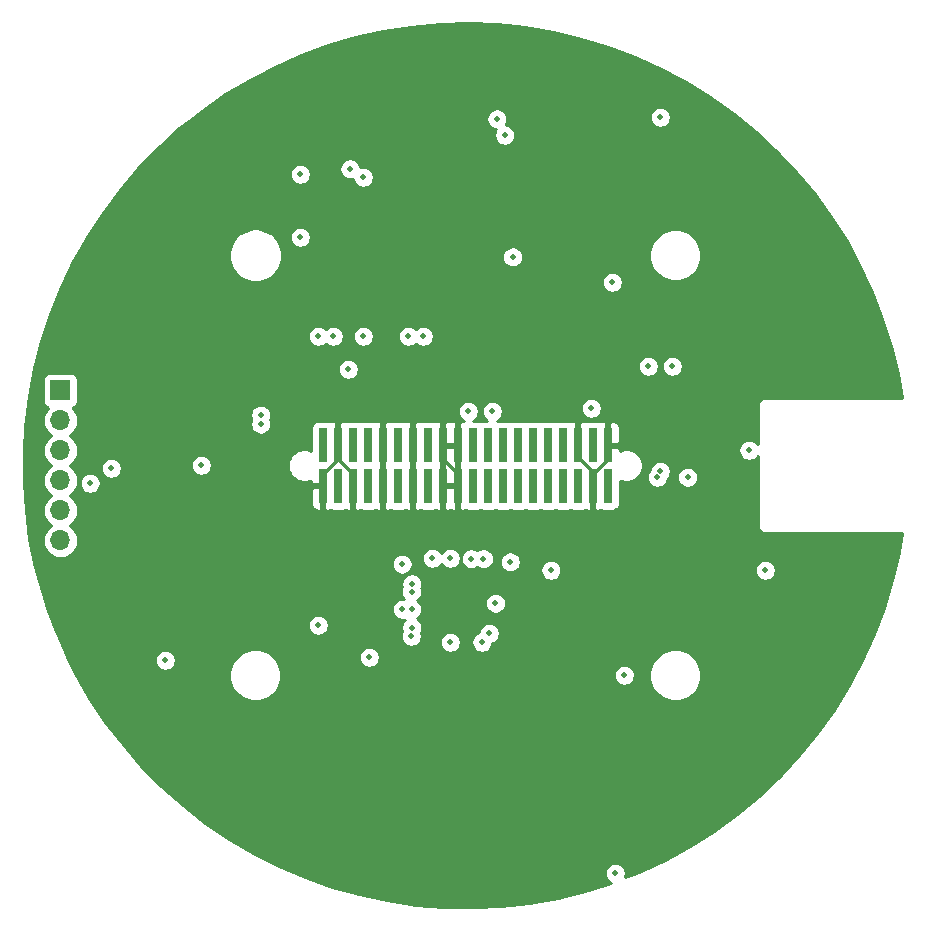
<source format=gbr>
G04 #@! TF.GenerationSoftware,KiCad,Pcbnew,(5.1.4)-1*
G04 #@! TF.CreationDate,2020-01-15T14:03:56-05:00*
G04 #@! TF.ProjectId,PDL_1920,50444c5f-3139-4323-902e-6b696361645f,rev?*
G04 #@! TF.SameCoordinates,Original*
G04 #@! TF.FileFunction,Copper,L4,Bot*
G04 #@! TF.FilePolarity,Positive*
%FSLAX46Y46*%
G04 Gerber Fmt 4.6, Leading zero omitted, Abs format (unit mm)*
G04 Created by KiCad (PCBNEW (5.1.4)-1) date 2020-01-15 14:03:56*
%MOMM*%
%LPD*%
G04 APERTURE LIST*
%ADD10R,0.740000X2.920000*%
%ADD11O,1.700000X1.700000*%
%ADD12R,1.700000X1.700000*%
%ADD13C,0.508000*%
%ADD14C,0.254000*%
G04 APERTURE END LIST*
D10*
X164465000Y-125314200D03*
X164465000Y-128744200D03*
X163195000Y-125314200D03*
X163195000Y-128744200D03*
X161925000Y-125314200D03*
X161925000Y-128744200D03*
X160655000Y-125314200D03*
X160655000Y-128744200D03*
X159385000Y-125314200D03*
X159385000Y-128744200D03*
X158115000Y-125314200D03*
X158115000Y-128744200D03*
X156845000Y-125314200D03*
X156845000Y-128744200D03*
X155575000Y-125314200D03*
X155575000Y-128744200D03*
X154305000Y-125314200D03*
X154305000Y-128744200D03*
X153035000Y-125314200D03*
X153035000Y-128744200D03*
X151765000Y-125314200D03*
X151765000Y-128744200D03*
X150495000Y-125314200D03*
X150495000Y-128744200D03*
X149225000Y-125314200D03*
X149225000Y-128744200D03*
X147955000Y-125314200D03*
X147955000Y-128744200D03*
X146685000Y-125314200D03*
X146685000Y-128744200D03*
X145415000Y-125314200D03*
X145415000Y-128744200D03*
X144145000Y-125314200D03*
X144145000Y-128744200D03*
X142875000Y-125314200D03*
X142875000Y-128744200D03*
X141605000Y-125314200D03*
X141605000Y-128744200D03*
X140335000Y-125314200D03*
X140335000Y-128744200D03*
D11*
X118110000Y-133350000D03*
X118110000Y-130810000D03*
X118110000Y-128270000D03*
X118110000Y-125730000D03*
X118110000Y-123190000D03*
D12*
X118110000Y-120650000D03*
D13*
X176529996Y-129286000D03*
X167386000Y-122682000D03*
X170434000Y-120142000D03*
X180213000Y-118745000D03*
X139700000Y-155194000D03*
X141986000Y-151892000D03*
X144526000Y-150114000D03*
X147066000Y-152400000D03*
X148082000Y-144272000D03*
X138252210Y-143941800D03*
X151993600Y-133350000D03*
X150622000Y-131953000D03*
X163576000Y-140335000D03*
X172974000Y-141224000D03*
X171958000Y-136144000D03*
X148590000Y-96520000D03*
X180213000Y-139827000D03*
X185801000Y-137795000D03*
X173863000Y-134620000D03*
X164719000Y-135509000D03*
X159766000Y-139700000D03*
X167005000Y-148971000D03*
X177673000Y-150622000D03*
X159893000Y-149606000D03*
X165354000Y-159512000D03*
X151384000Y-161798000D03*
X144145000Y-158242000D03*
X131445000Y-153670000D03*
X119888000Y-138684000D03*
X142113000Y-134366000D03*
X127000000Y-135128000D03*
X123698000Y-128397000D03*
X126746000Y-116205000D03*
X133985000Y-104140000D03*
X151511000Y-113792000D03*
X163576000Y-116586000D03*
X184658000Y-114681000D03*
X174244000Y-103505000D03*
X170688000Y-94869000D03*
X148463000Y-92964000D03*
X160528000Y-102235000D03*
X125349000Y-107061000D03*
X135382000Y-116967000D03*
X121285000Y-120777000D03*
X137033000Y-95377000D03*
X175260000Y-110871000D03*
X138049000Y-123952000D03*
X168656000Y-128016000D03*
X155067002Y-97662998D03*
X168910000Y-127508000D03*
X155727410Y-99059990D03*
X165862000Y-144780004D03*
X171208705Y-128003295D03*
X165100000Y-161544000D03*
X138430000Y-102362000D03*
X163068000Y-122174000D03*
X156393070Y-109343978D03*
X147040590Y-135356610D03*
X154946410Y-138677590D03*
X159639000Y-135890000D03*
X176402998Y-125730004D03*
X143764000Y-116078000D03*
X147842041Y-137681198D03*
X139954000Y-140538232D03*
X167894000Y-118618000D03*
X169926000Y-118618002D03*
X177799996Y-135890000D03*
X153796994Y-141986000D03*
X122427996Y-127254000D03*
X135060679Y-122741677D03*
X154431996Y-141224000D03*
X127000000Y-143510000D03*
X152654000Y-122428000D03*
X154686000Y-122428000D03*
X135060678Y-123503678D03*
X144272000Y-143256000D03*
X130047995Y-127000005D03*
X148844000Y-116078000D03*
X149605988Y-134874000D03*
X147574000Y-116078000D03*
X147854236Y-137020899D03*
X142494004Y-118872000D03*
X151130000Y-134874000D03*
X141224000Y-116078000D03*
X147065998Y-139192000D03*
X139954000Y-116078000D03*
X147840588Y-139194513D03*
X151130000Y-141986000D03*
X143764000Y-102616000D03*
X147828000Y-141477996D03*
X142624822Y-101879410D03*
X138430000Y-107696000D03*
X147845462Y-140733430D03*
X164846000Y-111506000D03*
X168910000Y-97536000D03*
X156209991Y-135178821D03*
X120624590Y-128524000D03*
X152908028Y-134899372D03*
X153931177Y-134901122D03*
D14*
X164465000Y-126474200D02*
X163195000Y-127744200D01*
X164465000Y-126314200D02*
X164465000Y-126474200D01*
X163195000Y-127584200D02*
X161925000Y-126314200D01*
X163195000Y-127744200D02*
X163195000Y-127584200D01*
X151765000Y-126314200D02*
X151765000Y-127744200D01*
X150495000Y-126314200D02*
X150495000Y-127744200D01*
X150495000Y-126474200D02*
X151765000Y-127744200D01*
X150495000Y-126314200D02*
X150495000Y-126474200D01*
X147955000Y-126314200D02*
X147955000Y-127744200D01*
X145415000Y-126314200D02*
X145415000Y-127744200D01*
X141605000Y-126474200D02*
X142875000Y-127744200D01*
X141605000Y-126474200D02*
X140335000Y-127744200D01*
X141605000Y-126314200D02*
X141605000Y-126474200D01*
G36*
X155053169Y-89669787D02*
G01*
X157456648Y-89918813D01*
X159839047Y-90322423D01*
X162190426Y-90878930D01*
X164500981Y-91586015D01*
X166761110Y-92440737D01*
X168961372Y-93439530D01*
X171092581Y-94578224D01*
X173145879Y-95852083D01*
X175112682Y-97255788D01*
X176984802Y-98783486D01*
X178754431Y-100428811D01*
X180414195Y-102184902D01*
X181957189Y-104044463D01*
X183376949Y-105999696D01*
X184667581Y-108042485D01*
X185823697Y-110164305D01*
X186840473Y-112356300D01*
X187713680Y-114609353D01*
X188439666Y-116914037D01*
X189015417Y-119260794D01*
X189370978Y-121260000D01*
X177832419Y-121260000D01*
X177800000Y-121256807D01*
X177767581Y-121260000D01*
X177670617Y-121269550D01*
X177546207Y-121307290D01*
X177431550Y-121368575D01*
X177331052Y-121451052D01*
X177248575Y-121551550D01*
X177187290Y-121666207D01*
X177149550Y-121790617D01*
X177136807Y-121920000D01*
X177140000Y-121952419D01*
X177140000Y-125232849D01*
X177093529Y-125163300D01*
X176969702Y-125039473D01*
X176824097Y-124942183D01*
X176662310Y-124875168D01*
X176490557Y-124841004D01*
X176315439Y-124841004D01*
X176143686Y-124875168D01*
X175981899Y-124942183D01*
X175836294Y-125039473D01*
X175712467Y-125163300D01*
X175615177Y-125308905D01*
X175548162Y-125470692D01*
X175513998Y-125642445D01*
X175513998Y-125817563D01*
X175548162Y-125989316D01*
X175615177Y-126151103D01*
X175712467Y-126296708D01*
X175836294Y-126420535D01*
X175981899Y-126517825D01*
X176143686Y-126584840D01*
X176315439Y-126619004D01*
X176490557Y-126619004D01*
X176662310Y-126584840D01*
X176824097Y-126517825D01*
X176969702Y-126420535D01*
X177093529Y-126296708D01*
X177140000Y-126227158D01*
X177140001Y-132047571D01*
X177136807Y-132080000D01*
X177149550Y-132209383D01*
X177187290Y-132333793D01*
X177248575Y-132448450D01*
X177331052Y-132548948D01*
X177431550Y-132631425D01*
X177546207Y-132692710D01*
X177670617Y-132730450D01*
X177767581Y-132740000D01*
X177800000Y-132743193D01*
X177832419Y-132740000D01*
X189364565Y-132740000D01*
X189090508Y-134375008D01*
X188538103Y-136727362D01*
X187835045Y-139039174D01*
X186984275Y-141300771D01*
X185989328Y-143502763D01*
X184854358Y-145635953D01*
X183584084Y-147691473D01*
X182183813Y-149660729D01*
X180659387Y-151535508D01*
X179017145Y-153308016D01*
X177263944Y-154970849D01*
X175407095Y-156517075D01*
X173454326Y-157940257D01*
X171413804Y-159234445D01*
X169294022Y-160394253D01*
X167103780Y-161414866D01*
X165925619Y-161873848D01*
X165954836Y-161803312D01*
X165989000Y-161631559D01*
X165989000Y-161456441D01*
X165954836Y-161284688D01*
X165887821Y-161122901D01*
X165790531Y-160977296D01*
X165666704Y-160853469D01*
X165521099Y-160756179D01*
X165359312Y-160689164D01*
X165187559Y-160655000D01*
X165012441Y-160655000D01*
X164840688Y-160689164D01*
X164678901Y-160756179D01*
X164533296Y-160853469D01*
X164409469Y-160977296D01*
X164312179Y-161122901D01*
X164245164Y-161284688D01*
X164211000Y-161456441D01*
X164211000Y-161631559D01*
X164245164Y-161803312D01*
X164312179Y-161965099D01*
X164409469Y-162110704D01*
X164533296Y-162234531D01*
X164678901Y-162331821D01*
X164699583Y-162340388D01*
X162548839Y-163022010D01*
X160203103Y-163601855D01*
X157824836Y-164029115D01*
X155423968Y-164302007D01*
X153010466Y-164419399D01*
X150594434Y-164380798D01*
X148185920Y-164186365D01*
X145795005Y-163836913D01*
X143431584Y-163333891D01*
X141105566Y-162679405D01*
X138826644Y-161876183D01*
X136604290Y-160927565D01*
X134447791Y-159837514D01*
X132366132Y-158610572D01*
X130367988Y-157251852D01*
X128461676Y-155767009D01*
X126655181Y-154162261D01*
X124956000Y-152444273D01*
X123371228Y-150620214D01*
X121907462Y-148697678D01*
X120570819Y-146684700D01*
X119366868Y-144589665D01*
X119354234Y-144563970D01*
X132426613Y-144563970D01*
X132426613Y-144996030D01*
X132510904Y-145419787D01*
X132676246Y-145818958D01*
X132916285Y-146178203D01*
X133221797Y-146483715D01*
X133581042Y-146723754D01*
X133980213Y-146889096D01*
X134403970Y-146973387D01*
X134836030Y-146973387D01*
X135259787Y-146889096D01*
X135658958Y-146723754D01*
X136018203Y-146483715D01*
X136323715Y-146178203D01*
X136563754Y-145818958D01*
X136729096Y-145419787D01*
X136813387Y-144996030D01*
X136813387Y-144692445D01*
X164973000Y-144692445D01*
X164973000Y-144867563D01*
X165007164Y-145039316D01*
X165074179Y-145201103D01*
X165171469Y-145346708D01*
X165295296Y-145470535D01*
X165440901Y-145567825D01*
X165602688Y-145634840D01*
X165774441Y-145669004D01*
X165949559Y-145669004D01*
X166121312Y-145634840D01*
X166283099Y-145567825D01*
X166428704Y-145470535D01*
X166552531Y-145346708D01*
X166649821Y-145201103D01*
X166716836Y-145039316D01*
X166751000Y-144867563D01*
X166751000Y-144692445D01*
X166725445Y-144563970D01*
X167986613Y-144563970D01*
X167986613Y-144996030D01*
X168070904Y-145419787D01*
X168236246Y-145818958D01*
X168476285Y-146178203D01*
X168781797Y-146483715D01*
X169141042Y-146723754D01*
X169540213Y-146889096D01*
X169963970Y-146973387D01*
X170396030Y-146973387D01*
X170819787Y-146889096D01*
X171218958Y-146723754D01*
X171578203Y-146483715D01*
X171883715Y-146178203D01*
X172123754Y-145818958D01*
X172289096Y-145419787D01*
X172373387Y-144996030D01*
X172373387Y-144563970D01*
X172289096Y-144140213D01*
X172123754Y-143741042D01*
X171883715Y-143381797D01*
X171578203Y-143076285D01*
X171218958Y-142836246D01*
X170819787Y-142670904D01*
X170396030Y-142586613D01*
X169963970Y-142586613D01*
X169540213Y-142670904D01*
X169141042Y-142836246D01*
X168781797Y-143076285D01*
X168476285Y-143381797D01*
X168236246Y-143741042D01*
X168070904Y-144140213D01*
X167986613Y-144563970D01*
X166725445Y-144563970D01*
X166716836Y-144520692D01*
X166649821Y-144358905D01*
X166552531Y-144213300D01*
X166428704Y-144089473D01*
X166283099Y-143992183D01*
X166121312Y-143925168D01*
X165949559Y-143891004D01*
X165774441Y-143891004D01*
X165602688Y-143925168D01*
X165440901Y-143992183D01*
X165295296Y-144089473D01*
X165171469Y-144213300D01*
X165074179Y-144358905D01*
X165007164Y-144520692D01*
X164973000Y-144692445D01*
X136813387Y-144692445D01*
X136813387Y-144563970D01*
X136729096Y-144140213D01*
X136563754Y-143741042D01*
X136323715Y-143381797D01*
X136110359Y-143168441D01*
X143383000Y-143168441D01*
X143383000Y-143343559D01*
X143417164Y-143515312D01*
X143484179Y-143677099D01*
X143581469Y-143822704D01*
X143705296Y-143946531D01*
X143850901Y-144043821D01*
X144012688Y-144110836D01*
X144184441Y-144145000D01*
X144359559Y-144145000D01*
X144531312Y-144110836D01*
X144693099Y-144043821D01*
X144838704Y-143946531D01*
X144962531Y-143822704D01*
X145059821Y-143677099D01*
X145126836Y-143515312D01*
X145161000Y-143343559D01*
X145161000Y-143168441D01*
X145126836Y-142996688D01*
X145059821Y-142834901D01*
X144962531Y-142689296D01*
X144838704Y-142565469D01*
X144693099Y-142468179D01*
X144531312Y-142401164D01*
X144359559Y-142367000D01*
X144184441Y-142367000D01*
X144012688Y-142401164D01*
X143850901Y-142468179D01*
X143705296Y-142565469D01*
X143581469Y-142689296D01*
X143484179Y-142834901D01*
X143417164Y-142996688D01*
X143383000Y-143168441D01*
X136110359Y-143168441D01*
X136018203Y-143076285D01*
X135658958Y-142836246D01*
X135259787Y-142670904D01*
X134836030Y-142586613D01*
X134403970Y-142586613D01*
X133980213Y-142670904D01*
X133581042Y-142836246D01*
X133221797Y-143076285D01*
X132916285Y-143381797D01*
X132676246Y-143741042D01*
X132510904Y-144140213D01*
X132426613Y-144563970D01*
X119354234Y-144563970D01*
X118792912Y-143422441D01*
X126111000Y-143422441D01*
X126111000Y-143597559D01*
X126145164Y-143769312D01*
X126212179Y-143931099D01*
X126309469Y-144076704D01*
X126433296Y-144200531D01*
X126578901Y-144297821D01*
X126740688Y-144364836D01*
X126912441Y-144399000D01*
X127087559Y-144399000D01*
X127259312Y-144364836D01*
X127421099Y-144297821D01*
X127566704Y-144200531D01*
X127690531Y-144076704D01*
X127787821Y-143931099D01*
X127854836Y-143769312D01*
X127889000Y-143597559D01*
X127889000Y-143422441D01*
X127854836Y-143250688D01*
X127787821Y-143088901D01*
X127690531Y-142943296D01*
X127566704Y-142819469D01*
X127421099Y-142722179D01*
X127259312Y-142655164D01*
X127087559Y-142621000D01*
X126912441Y-142621000D01*
X126740688Y-142655164D01*
X126578901Y-142722179D01*
X126433296Y-142819469D01*
X126309469Y-142943296D01*
X126212179Y-143088901D01*
X126145164Y-143250688D01*
X126111000Y-143422441D01*
X118792912Y-143422441D01*
X118300618Y-142421291D01*
X117484979Y-140450673D01*
X139065000Y-140450673D01*
X139065000Y-140625791D01*
X139099164Y-140797544D01*
X139166179Y-140959331D01*
X139263469Y-141104936D01*
X139387296Y-141228763D01*
X139532901Y-141326053D01*
X139694688Y-141393068D01*
X139866441Y-141427232D01*
X140041559Y-141427232D01*
X140213312Y-141393068D01*
X140375099Y-141326053D01*
X140520704Y-141228763D01*
X140644531Y-141104936D01*
X140741821Y-140959331D01*
X140808836Y-140797544D01*
X140843000Y-140625791D01*
X140843000Y-140450673D01*
X140808836Y-140278920D01*
X140741821Y-140117133D01*
X140644531Y-139971528D01*
X140520704Y-139847701D01*
X140375099Y-139750411D01*
X140213312Y-139683396D01*
X140041559Y-139649232D01*
X139866441Y-139649232D01*
X139694688Y-139683396D01*
X139532901Y-139750411D01*
X139387296Y-139847701D01*
X139263469Y-139971528D01*
X139166179Y-140117133D01*
X139099164Y-140278920D01*
X139065000Y-140450673D01*
X117484979Y-140450673D01*
X117376526Y-140188647D01*
X117007757Y-139104441D01*
X146176998Y-139104441D01*
X146176998Y-139279559D01*
X146211162Y-139451312D01*
X146278177Y-139613099D01*
X146375467Y-139758704D01*
X146499294Y-139882531D01*
X146644899Y-139979821D01*
X146806686Y-140046836D01*
X146978439Y-140081000D01*
X147153557Y-140081000D01*
X147262284Y-140059373D01*
X147154931Y-140166726D01*
X147057641Y-140312331D01*
X146990626Y-140474118D01*
X146956462Y-140645871D01*
X146956462Y-140820989D01*
X146990626Y-140992742D01*
X147028690Y-141084635D01*
X146973164Y-141218684D01*
X146939000Y-141390437D01*
X146939000Y-141565555D01*
X146973164Y-141737308D01*
X147040179Y-141899095D01*
X147137469Y-142044700D01*
X147261296Y-142168527D01*
X147406901Y-142265817D01*
X147568688Y-142332832D01*
X147740441Y-142366996D01*
X147915559Y-142366996D01*
X148087312Y-142332832D01*
X148249099Y-142265817D01*
X148394704Y-142168527D01*
X148518531Y-142044700D01*
X148615821Y-141899095D01*
X148616091Y-141898441D01*
X150241000Y-141898441D01*
X150241000Y-142073559D01*
X150275164Y-142245312D01*
X150342179Y-142407099D01*
X150439469Y-142552704D01*
X150563296Y-142676531D01*
X150708901Y-142773821D01*
X150870688Y-142840836D01*
X151042441Y-142875000D01*
X151217559Y-142875000D01*
X151389312Y-142840836D01*
X151551099Y-142773821D01*
X151696704Y-142676531D01*
X151820531Y-142552704D01*
X151917821Y-142407099D01*
X151984836Y-142245312D01*
X152019000Y-142073559D01*
X152019000Y-141898441D01*
X152907994Y-141898441D01*
X152907994Y-142073559D01*
X152942158Y-142245312D01*
X153009173Y-142407099D01*
X153106463Y-142552704D01*
X153230290Y-142676531D01*
X153375895Y-142773821D01*
X153537682Y-142840836D01*
X153709435Y-142875000D01*
X153884553Y-142875000D01*
X154056306Y-142840836D01*
X154218093Y-142773821D01*
X154363698Y-142676531D01*
X154487525Y-142552704D01*
X154584815Y-142407099D01*
X154651830Y-142245312D01*
X154684682Y-142080154D01*
X154691308Y-142078836D01*
X154853095Y-142011821D01*
X154998700Y-141914531D01*
X155122527Y-141790704D01*
X155219817Y-141645099D01*
X155286832Y-141483312D01*
X155320996Y-141311559D01*
X155320996Y-141136441D01*
X155286832Y-140964688D01*
X155219817Y-140802901D01*
X155122527Y-140657296D01*
X154998700Y-140533469D01*
X154853095Y-140436179D01*
X154691308Y-140369164D01*
X154519555Y-140335000D01*
X154344437Y-140335000D01*
X154172684Y-140369164D01*
X154010897Y-140436179D01*
X153865292Y-140533469D01*
X153741465Y-140657296D01*
X153644175Y-140802901D01*
X153577160Y-140964688D01*
X153544308Y-141129846D01*
X153537682Y-141131164D01*
X153375895Y-141198179D01*
X153230290Y-141295469D01*
X153106463Y-141419296D01*
X153009173Y-141564901D01*
X152942158Y-141726688D01*
X152907994Y-141898441D01*
X152019000Y-141898441D01*
X151984836Y-141726688D01*
X151917821Y-141564901D01*
X151820531Y-141419296D01*
X151696704Y-141295469D01*
X151551099Y-141198179D01*
X151389312Y-141131164D01*
X151217559Y-141097000D01*
X151042441Y-141097000D01*
X150870688Y-141131164D01*
X150708901Y-141198179D01*
X150563296Y-141295469D01*
X150439469Y-141419296D01*
X150342179Y-141564901D01*
X150275164Y-141726688D01*
X150241000Y-141898441D01*
X148616091Y-141898441D01*
X148682836Y-141737308D01*
X148717000Y-141565555D01*
X148717000Y-141390437D01*
X148682836Y-141218684D01*
X148644772Y-141126791D01*
X148700298Y-140992742D01*
X148734462Y-140820989D01*
X148734462Y-140645871D01*
X148700298Y-140474118D01*
X148633283Y-140312331D01*
X148535993Y-140166726D01*
X148412166Y-140042899D01*
X148291605Y-139962343D01*
X148407292Y-139885044D01*
X148531119Y-139761217D01*
X148628409Y-139615612D01*
X148695424Y-139453825D01*
X148729588Y-139282072D01*
X148729588Y-139106954D01*
X148695424Y-138935201D01*
X148628409Y-138773414D01*
X148531119Y-138627809D01*
X148493341Y-138590031D01*
X154057410Y-138590031D01*
X154057410Y-138765149D01*
X154091574Y-138936902D01*
X154158589Y-139098689D01*
X154255879Y-139244294D01*
X154379706Y-139368121D01*
X154525311Y-139465411D01*
X154687098Y-139532426D01*
X154858851Y-139566590D01*
X155033969Y-139566590D01*
X155205722Y-139532426D01*
X155367509Y-139465411D01*
X155513114Y-139368121D01*
X155636941Y-139244294D01*
X155734231Y-139098689D01*
X155801246Y-138936902D01*
X155835410Y-138765149D01*
X155835410Y-138590031D01*
X155801246Y-138418278D01*
X155734231Y-138256491D01*
X155636941Y-138110886D01*
X155513114Y-137987059D01*
X155367509Y-137889769D01*
X155205722Y-137822754D01*
X155033969Y-137788590D01*
X154858851Y-137788590D01*
X154687098Y-137822754D01*
X154525311Y-137889769D01*
X154379706Y-137987059D01*
X154255879Y-138110886D01*
X154158589Y-138256491D01*
X154091574Y-138418278D01*
X154057410Y-138590031D01*
X148493341Y-138590031D01*
X148407292Y-138503982D01*
X148309053Y-138438341D01*
X148408745Y-138371729D01*
X148532572Y-138247902D01*
X148629862Y-138102297D01*
X148696877Y-137940510D01*
X148731041Y-137768757D01*
X148731041Y-137593639D01*
X148696877Y-137421886D01*
X148673632Y-137365769D01*
X148709072Y-137280211D01*
X148743236Y-137108458D01*
X148743236Y-136933340D01*
X148709072Y-136761587D01*
X148642057Y-136599800D01*
X148544767Y-136454195D01*
X148420940Y-136330368D01*
X148275335Y-136233078D01*
X148113548Y-136166063D01*
X147941795Y-136131899D01*
X147766677Y-136131899D01*
X147594924Y-136166063D01*
X147433137Y-136233078D01*
X147287532Y-136330368D01*
X147163705Y-136454195D01*
X147066415Y-136599800D01*
X146999400Y-136761587D01*
X146965236Y-136933340D01*
X146965236Y-137108458D01*
X146999400Y-137280211D01*
X147022645Y-137336328D01*
X146987205Y-137421886D01*
X146953041Y-137593639D01*
X146953041Y-137768757D01*
X146987205Y-137940510D01*
X147054220Y-138102297D01*
X147151510Y-138247902D01*
X147219781Y-138316173D01*
X147153557Y-138303000D01*
X146978439Y-138303000D01*
X146806686Y-138337164D01*
X146644899Y-138404179D01*
X146499294Y-138501469D01*
X146375467Y-138625296D01*
X146278177Y-138770901D01*
X146211162Y-138932688D01*
X146176998Y-139104441D01*
X117007757Y-139104441D01*
X116598434Y-137901009D01*
X115969591Y-135567928D01*
X115909411Y-135269051D01*
X146151590Y-135269051D01*
X146151590Y-135444169D01*
X146185754Y-135615922D01*
X146252769Y-135777709D01*
X146350059Y-135923314D01*
X146473886Y-136047141D01*
X146619491Y-136144431D01*
X146781278Y-136211446D01*
X146953031Y-136245610D01*
X147128149Y-136245610D01*
X147299902Y-136211446D01*
X147461689Y-136144431D01*
X147607294Y-136047141D01*
X147731121Y-135923314D01*
X147828411Y-135777709D01*
X147895426Y-135615922D01*
X147929590Y-135444169D01*
X147929590Y-135269051D01*
X147895426Y-135097298D01*
X147828411Y-134935511D01*
X147731121Y-134789906D01*
X147727656Y-134786441D01*
X148716988Y-134786441D01*
X148716988Y-134961559D01*
X148751152Y-135133312D01*
X148818167Y-135295099D01*
X148915457Y-135440704D01*
X149039284Y-135564531D01*
X149184889Y-135661821D01*
X149346676Y-135728836D01*
X149518429Y-135763000D01*
X149693547Y-135763000D01*
X149865300Y-135728836D01*
X150027087Y-135661821D01*
X150172692Y-135564531D01*
X150296519Y-135440704D01*
X150367994Y-135333734D01*
X150439469Y-135440704D01*
X150563296Y-135564531D01*
X150708901Y-135661821D01*
X150870688Y-135728836D01*
X151042441Y-135763000D01*
X151217559Y-135763000D01*
X151389312Y-135728836D01*
X151551099Y-135661821D01*
X151696704Y-135564531D01*
X151820531Y-135440704D01*
X151917821Y-135295099D01*
X151984836Y-135133312D01*
X152019000Y-134961559D01*
X152019000Y-134811813D01*
X152019028Y-134811813D01*
X152019028Y-134986931D01*
X152053192Y-135158684D01*
X152120207Y-135320471D01*
X152217497Y-135466076D01*
X152341324Y-135589903D01*
X152486929Y-135687193D01*
X152648716Y-135754208D01*
X152820469Y-135788372D01*
X152995587Y-135788372D01*
X153167340Y-135754208D01*
X153329127Y-135687193D01*
X153418293Y-135627614D01*
X153510078Y-135688943D01*
X153671865Y-135755958D01*
X153843618Y-135790122D01*
X154018736Y-135790122D01*
X154190489Y-135755958D01*
X154352276Y-135688943D01*
X154497881Y-135591653D01*
X154621708Y-135467826D01*
X154718998Y-135322221D01*
X154786013Y-135160434D01*
X154799772Y-135091262D01*
X155320991Y-135091262D01*
X155320991Y-135266380D01*
X155355155Y-135438133D01*
X155422170Y-135599920D01*
X155519460Y-135745525D01*
X155643287Y-135869352D01*
X155788892Y-135966642D01*
X155950679Y-136033657D01*
X156122432Y-136067821D01*
X156297550Y-136067821D01*
X156469303Y-136033657D01*
X156631090Y-135966642D01*
X156776695Y-135869352D01*
X156843606Y-135802441D01*
X158750000Y-135802441D01*
X158750000Y-135977559D01*
X158784164Y-136149312D01*
X158851179Y-136311099D01*
X158948469Y-136456704D01*
X159072296Y-136580531D01*
X159217901Y-136677821D01*
X159379688Y-136744836D01*
X159551441Y-136779000D01*
X159726559Y-136779000D01*
X159898312Y-136744836D01*
X160060099Y-136677821D01*
X160205704Y-136580531D01*
X160329531Y-136456704D01*
X160426821Y-136311099D01*
X160493836Y-136149312D01*
X160528000Y-135977559D01*
X160528000Y-135802441D01*
X176910996Y-135802441D01*
X176910996Y-135977559D01*
X176945160Y-136149312D01*
X177012175Y-136311099D01*
X177109465Y-136456704D01*
X177233292Y-136580531D01*
X177378897Y-136677821D01*
X177540684Y-136744836D01*
X177712437Y-136779000D01*
X177887555Y-136779000D01*
X178059308Y-136744836D01*
X178221095Y-136677821D01*
X178366700Y-136580531D01*
X178490527Y-136456704D01*
X178587817Y-136311099D01*
X178654832Y-136149312D01*
X178688996Y-135977559D01*
X178688996Y-135802441D01*
X178654832Y-135630688D01*
X178587817Y-135468901D01*
X178490527Y-135323296D01*
X178366700Y-135199469D01*
X178221095Y-135102179D01*
X178059308Y-135035164D01*
X177887555Y-135001000D01*
X177712437Y-135001000D01*
X177540684Y-135035164D01*
X177378897Y-135102179D01*
X177233292Y-135199469D01*
X177109465Y-135323296D01*
X177012175Y-135468901D01*
X176945160Y-135630688D01*
X176910996Y-135802441D01*
X160528000Y-135802441D01*
X160493836Y-135630688D01*
X160426821Y-135468901D01*
X160329531Y-135323296D01*
X160205704Y-135199469D01*
X160060099Y-135102179D01*
X159898312Y-135035164D01*
X159726559Y-135001000D01*
X159551441Y-135001000D01*
X159379688Y-135035164D01*
X159217901Y-135102179D01*
X159072296Y-135199469D01*
X158948469Y-135323296D01*
X158851179Y-135468901D01*
X158784164Y-135630688D01*
X158750000Y-135802441D01*
X156843606Y-135802441D01*
X156900522Y-135745525D01*
X156997812Y-135599920D01*
X157064827Y-135438133D01*
X157098991Y-135266380D01*
X157098991Y-135091262D01*
X157064827Y-134919509D01*
X156997812Y-134757722D01*
X156900522Y-134612117D01*
X156776695Y-134488290D01*
X156631090Y-134391000D01*
X156469303Y-134323985D01*
X156297550Y-134289821D01*
X156122432Y-134289821D01*
X155950679Y-134323985D01*
X155788892Y-134391000D01*
X155643287Y-134488290D01*
X155519460Y-134612117D01*
X155422170Y-134757722D01*
X155355155Y-134919509D01*
X155320991Y-135091262D01*
X154799772Y-135091262D01*
X154820177Y-134988681D01*
X154820177Y-134813563D01*
X154786013Y-134641810D01*
X154718998Y-134480023D01*
X154621708Y-134334418D01*
X154497881Y-134210591D01*
X154352276Y-134113301D01*
X154190489Y-134046286D01*
X154018736Y-134012122D01*
X153843618Y-134012122D01*
X153671865Y-134046286D01*
X153510078Y-134113301D01*
X153420912Y-134172880D01*
X153329127Y-134111551D01*
X153167340Y-134044536D01*
X152995587Y-134010372D01*
X152820469Y-134010372D01*
X152648716Y-134044536D01*
X152486929Y-134111551D01*
X152341324Y-134208841D01*
X152217497Y-134332668D01*
X152120207Y-134478273D01*
X152053192Y-134640060D01*
X152019028Y-134811813D01*
X152019000Y-134811813D01*
X152019000Y-134786441D01*
X151984836Y-134614688D01*
X151917821Y-134452901D01*
X151820531Y-134307296D01*
X151696704Y-134183469D01*
X151551099Y-134086179D01*
X151389312Y-134019164D01*
X151217559Y-133985000D01*
X151042441Y-133985000D01*
X150870688Y-134019164D01*
X150708901Y-134086179D01*
X150563296Y-134183469D01*
X150439469Y-134307296D01*
X150367994Y-134414266D01*
X150296519Y-134307296D01*
X150172692Y-134183469D01*
X150027087Y-134086179D01*
X149865300Y-134019164D01*
X149693547Y-133985000D01*
X149518429Y-133985000D01*
X149346676Y-134019164D01*
X149184889Y-134086179D01*
X149039284Y-134183469D01*
X148915457Y-134307296D01*
X148818167Y-134452901D01*
X148751152Y-134614688D01*
X148716988Y-134786441D01*
X147727656Y-134786441D01*
X147607294Y-134666079D01*
X147461689Y-134568789D01*
X147299902Y-134501774D01*
X147128149Y-134467610D01*
X146953031Y-134467610D01*
X146781278Y-134501774D01*
X146619491Y-134568789D01*
X146473886Y-134666079D01*
X146350059Y-134789906D01*
X146252769Y-134935511D01*
X146185754Y-135097298D01*
X146151590Y-135269051D01*
X115909411Y-135269051D01*
X115492617Y-133199131D01*
X115169502Y-130804486D01*
X115001592Y-128393982D01*
X114989587Y-125977677D01*
X115133538Y-123565618D01*
X115180426Y-123190000D01*
X116617815Y-123190000D01*
X116646487Y-123481111D01*
X116731401Y-123761034D01*
X116869294Y-124019014D01*
X117054866Y-124245134D01*
X117280986Y-124430706D01*
X117335791Y-124460000D01*
X117280986Y-124489294D01*
X117054866Y-124674866D01*
X116869294Y-124900986D01*
X116731401Y-125158966D01*
X116646487Y-125438889D01*
X116617815Y-125730000D01*
X116646487Y-126021111D01*
X116731401Y-126301034D01*
X116869294Y-126559014D01*
X117054866Y-126785134D01*
X117280986Y-126970706D01*
X117335791Y-127000000D01*
X117280986Y-127029294D01*
X117054866Y-127214866D01*
X116869294Y-127440986D01*
X116731401Y-127698966D01*
X116646487Y-127978889D01*
X116617815Y-128270000D01*
X116646487Y-128561111D01*
X116731401Y-128841034D01*
X116869294Y-129099014D01*
X117054866Y-129325134D01*
X117280986Y-129510706D01*
X117335791Y-129540000D01*
X117280986Y-129569294D01*
X117054866Y-129754866D01*
X116869294Y-129980986D01*
X116731401Y-130238966D01*
X116646487Y-130518889D01*
X116617815Y-130810000D01*
X116646487Y-131101111D01*
X116731401Y-131381034D01*
X116869294Y-131639014D01*
X117054866Y-131865134D01*
X117280986Y-132050706D01*
X117335791Y-132080000D01*
X117280986Y-132109294D01*
X117054866Y-132294866D01*
X116869294Y-132520986D01*
X116731401Y-132778966D01*
X116646487Y-133058889D01*
X116617815Y-133350000D01*
X116646487Y-133641111D01*
X116731401Y-133921034D01*
X116869294Y-134179014D01*
X117054866Y-134405134D01*
X117280986Y-134590706D01*
X117538966Y-134728599D01*
X117818889Y-134813513D01*
X118037050Y-134835000D01*
X118182950Y-134835000D01*
X118401111Y-134813513D01*
X118681034Y-134728599D01*
X118939014Y-134590706D01*
X119165134Y-134405134D01*
X119350706Y-134179014D01*
X119488599Y-133921034D01*
X119573513Y-133641111D01*
X119602185Y-133350000D01*
X119573513Y-133058889D01*
X119488599Y-132778966D01*
X119350706Y-132520986D01*
X119165134Y-132294866D01*
X118939014Y-132109294D01*
X118884209Y-132080000D01*
X118939014Y-132050706D01*
X119165134Y-131865134D01*
X119350706Y-131639014D01*
X119488599Y-131381034D01*
X119573513Y-131101111D01*
X119602185Y-130810000D01*
X119573513Y-130518889D01*
X119488599Y-130238966D01*
X119470017Y-130204200D01*
X139326928Y-130204200D01*
X139339188Y-130328682D01*
X139375498Y-130448380D01*
X139434463Y-130558694D01*
X139513815Y-130655385D01*
X139610506Y-130734737D01*
X139720820Y-130793702D01*
X139840518Y-130830012D01*
X139965000Y-130842272D01*
X140049250Y-130839200D01*
X140208000Y-130680450D01*
X140208000Y-128871200D01*
X139488750Y-128871200D01*
X139330000Y-129029950D01*
X139326928Y-130204200D01*
X119470017Y-130204200D01*
X119350706Y-129980986D01*
X119165134Y-129754866D01*
X118939014Y-129569294D01*
X118884209Y-129540000D01*
X118939014Y-129510706D01*
X119165134Y-129325134D01*
X119350706Y-129099014D01*
X119488599Y-128841034D01*
X119573513Y-128561111D01*
X119585791Y-128436441D01*
X119735590Y-128436441D01*
X119735590Y-128611559D01*
X119769754Y-128783312D01*
X119836769Y-128945099D01*
X119934059Y-129090704D01*
X120057886Y-129214531D01*
X120203491Y-129311821D01*
X120365278Y-129378836D01*
X120537031Y-129413000D01*
X120712149Y-129413000D01*
X120883902Y-129378836D01*
X121045689Y-129311821D01*
X121191294Y-129214531D01*
X121315121Y-129090704D01*
X121412411Y-128945099D01*
X121479426Y-128783312D01*
X121513590Y-128611559D01*
X121513590Y-128436441D01*
X121479426Y-128264688D01*
X121412411Y-128102901D01*
X121315121Y-127957296D01*
X121191294Y-127833469D01*
X121045689Y-127736179D01*
X120883902Y-127669164D01*
X120712149Y-127635000D01*
X120537031Y-127635000D01*
X120365278Y-127669164D01*
X120203491Y-127736179D01*
X120057886Y-127833469D01*
X119934059Y-127957296D01*
X119836769Y-128102901D01*
X119769754Y-128264688D01*
X119735590Y-128436441D01*
X119585791Y-128436441D01*
X119602185Y-128270000D01*
X119573513Y-127978889D01*
X119488599Y-127698966D01*
X119350706Y-127440986D01*
X119165134Y-127214866D01*
X119106129Y-127166441D01*
X121538996Y-127166441D01*
X121538996Y-127341559D01*
X121573160Y-127513312D01*
X121640175Y-127675099D01*
X121737465Y-127820704D01*
X121861292Y-127944531D01*
X122006897Y-128041821D01*
X122168684Y-128108836D01*
X122340437Y-128143000D01*
X122515555Y-128143000D01*
X122687308Y-128108836D01*
X122849095Y-128041821D01*
X122994700Y-127944531D01*
X123118527Y-127820704D01*
X123215817Y-127675099D01*
X123282832Y-127513312D01*
X123316996Y-127341559D01*
X123316996Y-127166441D01*
X123282832Y-126994688D01*
X123248766Y-126912446D01*
X129158995Y-126912446D01*
X129158995Y-127087564D01*
X129193159Y-127259317D01*
X129260174Y-127421104D01*
X129357464Y-127566709D01*
X129481291Y-127690536D01*
X129626896Y-127787826D01*
X129788683Y-127854841D01*
X129960436Y-127889005D01*
X130135554Y-127889005D01*
X130307307Y-127854841D01*
X130469094Y-127787826D01*
X130614699Y-127690536D01*
X130738526Y-127566709D01*
X130835816Y-127421104D01*
X130902831Y-127259317D01*
X130936995Y-127087564D01*
X130936995Y-126912446D01*
X130933085Y-126892789D01*
X137360000Y-126892789D01*
X137360000Y-127165611D01*
X137413225Y-127433189D01*
X137517629Y-127685243D01*
X137669201Y-127912086D01*
X137862114Y-128104999D01*
X138088957Y-128256571D01*
X138341011Y-128360975D01*
X138608589Y-128414200D01*
X138881411Y-128414200D01*
X139148989Y-128360975D01*
X139329549Y-128286185D01*
X139330000Y-128458450D01*
X139488750Y-128617200D01*
X140208000Y-128617200D01*
X140208000Y-128597200D01*
X140462000Y-128597200D01*
X140462000Y-128617200D01*
X140482000Y-128617200D01*
X140482000Y-128871200D01*
X140462000Y-128871200D01*
X140462000Y-130680450D01*
X140620750Y-130839200D01*
X140705000Y-130842272D01*
X140829482Y-130830012D01*
X140949180Y-130793702D01*
X140970000Y-130782573D01*
X140990820Y-130793702D01*
X141110518Y-130830012D01*
X141235000Y-130842272D01*
X141975000Y-130842272D01*
X142099482Y-130830012D01*
X142219180Y-130793702D01*
X142240000Y-130782573D01*
X142260820Y-130793702D01*
X142380518Y-130830012D01*
X142505000Y-130842272D01*
X142589250Y-130839200D01*
X142748000Y-130680450D01*
X142748000Y-128871200D01*
X142728000Y-128871200D01*
X142728000Y-128617200D01*
X142748000Y-128617200D01*
X142748000Y-128597200D01*
X143002000Y-128597200D01*
X143002000Y-128617200D01*
X143022000Y-128617200D01*
X143022000Y-128871200D01*
X143002000Y-128871200D01*
X143002000Y-130680450D01*
X143160750Y-130839200D01*
X143245000Y-130842272D01*
X143369482Y-130830012D01*
X143489180Y-130793702D01*
X143510000Y-130782573D01*
X143530820Y-130793702D01*
X143650518Y-130830012D01*
X143775000Y-130842272D01*
X144515000Y-130842272D01*
X144639482Y-130830012D01*
X144759180Y-130793702D01*
X144780000Y-130782573D01*
X144800820Y-130793702D01*
X144920518Y-130830012D01*
X145045000Y-130842272D01*
X145129250Y-130839200D01*
X145288000Y-130680450D01*
X145288000Y-128871200D01*
X145268000Y-128871200D01*
X145268000Y-128617200D01*
X145288000Y-128617200D01*
X145288000Y-125441200D01*
X145268000Y-125441200D01*
X145268000Y-125187200D01*
X145288000Y-125187200D01*
X145288000Y-123377950D01*
X145542000Y-123377950D01*
X145542000Y-125187200D01*
X145562000Y-125187200D01*
X145562000Y-125441200D01*
X145542000Y-125441200D01*
X145542000Y-128617200D01*
X145562000Y-128617200D01*
X145562000Y-128871200D01*
X145542000Y-128871200D01*
X145542000Y-130680450D01*
X145700750Y-130839200D01*
X145785000Y-130842272D01*
X145909482Y-130830012D01*
X146029180Y-130793702D01*
X146050000Y-130782573D01*
X146070820Y-130793702D01*
X146190518Y-130830012D01*
X146315000Y-130842272D01*
X147055000Y-130842272D01*
X147179482Y-130830012D01*
X147299180Y-130793702D01*
X147320000Y-130782573D01*
X147340820Y-130793702D01*
X147460518Y-130830012D01*
X147585000Y-130842272D01*
X147669250Y-130839200D01*
X147828000Y-130680450D01*
X147828000Y-128871200D01*
X147808000Y-128871200D01*
X147808000Y-128617200D01*
X147828000Y-128617200D01*
X147828000Y-125441200D01*
X147808000Y-125441200D01*
X147808000Y-125187200D01*
X147828000Y-125187200D01*
X147828000Y-123377950D01*
X148082000Y-123377950D01*
X148082000Y-125187200D01*
X148102000Y-125187200D01*
X148102000Y-125441200D01*
X148082000Y-125441200D01*
X148082000Y-128617200D01*
X148102000Y-128617200D01*
X148102000Y-128871200D01*
X148082000Y-128871200D01*
X148082000Y-130680450D01*
X148240750Y-130839200D01*
X148325000Y-130842272D01*
X148449482Y-130830012D01*
X148569180Y-130793702D01*
X148590000Y-130782573D01*
X148610820Y-130793702D01*
X148730518Y-130830012D01*
X148855000Y-130842272D01*
X149595000Y-130842272D01*
X149719482Y-130830012D01*
X149839180Y-130793702D01*
X149860000Y-130782573D01*
X149880820Y-130793702D01*
X150000518Y-130830012D01*
X150125000Y-130842272D01*
X150209250Y-130839200D01*
X150368000Y-130680450D01*
X150368000Y-128871200D01*
X150622000Y-128871200D01*
X150622000Y-130680450D01*
X150780750Y-130839200D01*
X150865000Y-130842272D01*
X150989482Y-130830012D01*
X151109180Y-130793702D01*
X151130000Y-130782573D01*
X151150820Y-130793702D01*
X151270518Y-130830012D01*
X151395000Y-130842272D01*
X151479250Y-130839200D01*
X151638000Y-130680450D01*
X151638000Y-128871200D01*
X150622000Y-128871200D01*
X150368000Y-128871200D01*
X150348000Y-128871200D01*
X150348000Y-128617200D01*
X150368000Y-128617200D01*
X150368000Y-125441200D01*
X150622000Y-125441200D01*
X150622000Y-128617200D01*
X151638000Y-128617200D01*
X151638000Y-125441200D01*
X150622000Y-125441200D01*
X150368000Y-125441200D01*
X150348000Y-125441200D01*
X150348000Y-125187200D01*
X150368000Y-125187200D01*
X150368000Y-123377950D01*
X150622000Y-123377950D01*
X150622000Y-125187200D01*
X151638000Y-125187200D01*
X151638000Y-123377950D01*
X151479250Y-123219200D01*
X151395000Y-123216128D01*
X151270518Y-123228388D01*
X151150820Y-123264698D01*
X151130000Y-123275827D01*
X151109180Y-123264698D01*
X150989482Y-123228388D01*
X150865000Y-123216128D01*
X150780750Y-123219200D01*
X150622000Y-123377950D01*
X150368000Y-123377950D01*
X150209250Y-123219200D01*
X150125000Y-123216128D01*
X150000518Y-123228388D01*
X149880820Y-123264698D01*
X149860000Y-123275827D01*
X149839180Y-123264698D01*
X149719482Y-123228388D01*
X149595000Y-123216128D01*
X148855000Y-123216128D01*
X148730518Y-123228388D01*
X148610820Y-123264698D01*
X148590000Y-123275827D01*
X148569180Y-123264698D01*
X148449482Y-123228388D01*
X148325000Y-123216128D01*
X148240750Y-123219200D01*
X148082000Y-123377950D01*
X147828000Y-123377950D01*
X147669250Y-123219200D01*
X147585000Y-123216128D01*
X147460518Y-123228388D01*
X147340820Y-123264698D01*
X147320000Y-123275827D01*
X147299180Y-123264698D01*
X147179482Y-123228388D01*
X147055000Y-123216128D01*
X146315000Y-123216128D01*
X146190518Y-123228388D01*
X146070820Y-123264698D01*
X146050000Y-123275827D01*
X146029180Y-123264698D01*
X145909482Y-123228388D01*
X145785000Y-123216128D01*
X145700750Y-123219200D01*
X145542000Y-123377950D01*
X145288000Y-123377950D01*
X145129250Y-123219200D01*
X145045000Y-123216128D01*
X144920518Y-123228388D01*
X144800820Y-123264698D01*
X144780000Y-123275827D01*
X144759180Y-123264698D01*
X144639482Y-123228388D01*
X144515000Y-123216128D01*
X143775000Y-123216128D01*
X143650518Y-123228388D01*
X143530820Y-123264698D01*
X143510000Y-123275827D01*
X143489180Y-123264698D01*
X143369482Y-123228388D01*
X143245000Y-123216128D01*
X142505000Y-123216128D01*
X142380518Y-123228388D01*
X142260820Y-123264698D01*
X142240000Y-123275827D01*
X142219180Y-123264698D01*
X142099482Y-123228388D01*
X141975000Y-123216128D01*
X141890750Y-123219200D01*
X141732000Y-123377950D01*
X141732000Y-125187200D01*
X141752000Y-125187200D01*
X141752000Y-125441200D01*
X141732000Y-125441200D01*
X141732000Y-125461200D01*
X141478000Y-125461200D01*
X141478000Y-125441200D01*
X141458000Y-125441200D01*
X141458000Y-125187200D01*
X141478000Y-125187200D01*
X141478000Y-123377950D01*
X141319250Y-123219200D01*
X141235000Y-123216128D01*
X141110518Y-123228388D01*
X140990820Y-123264698D01*
X140970000Y-123275827D01*
X140949180Y-123264698D01*
X140829482Y-123228388D01*
X140705000Y-123216128D01*
X139965000Y-123216128D01*
X139840518Y-123228388D01*
X139720820Y-123264698D01*
X139610506Y-123323663D01*
X139513815Y-123403015D01*
X139434463Y-123499706D01*
X139375498Y-123610020D01*
X139339188Y-123729718D01*
X139326928Y-123854200D01*
X139326928Y-125771130D01*
X139148989Y-125697425D01*
X138881411Y-125644200D01*
X138608589Y-125644200D01*
X138341011Y-125697425D01*
X138088957Y-125801829D01*
X137862114Y-125953401D01*
X137669201Y-126146314D01*
X137517629Y-126373157D01*
X137413225Y-126625211D01*
X137360000Y-126892789D01*
X130933085Y-126892789D01*
X130902831Y-126740693D01*
X130835816Y-126578906D01*
X130738526Y-126433301D01*
X130614699Y-126309474D01*
X130469094Y-126212184D01*
X130307307Y-126145169D01*
X130135554Y-126111005D01*
X129960436Y-126111005D01*
X129788683Y-126145169D01*
X129626896Y-126212184D01*
X129481291Y-126309474D01*
X129357464Y-126433301D01*
X129260174Y-126578906D01*
X129193159Y-126740693D01*
X129158995Y-126912446D01*
X123248766Y-126912446D01*
X123215817Y-126832901D01*
X123118527Y-126687296D01*
X122994700Y-126563469D01*
X122849095Y-126466179D01*
X122687308Y-126399164D01*
X122515555Y-126365000D01*
X122340437Y-126365000D01*
X122168684Y-126399164D01*
X122006897Y-126466179D01*
X121861292Y-126563469D01*
X121737465Y-126687296D01*
X121640175Y-126832901D01*
X121573160Y-126994688D01*
X121538996Y-127166441D01*
X119106129Y-127166441D01*
X118939014Y-127029294D01*
X118884209Y-127000000D01*
X118939014Y-126970706D01*
X119165134Y-126785134D01*
X119350706Y-126559014D01*
X119488599Y-126301034D01*
X119573513Y-126021111D01*
X119602185Y-125730000D01*
X119573513Y-125438889D01*
X119488599Y-125158966D01*
X119350706Y-124900986D01*
X119165134Y-124674866D01*
X118939014Y-124489294D01*
X118884209Y-124460000D01*
X118939014Y-124430706D01*
X119165134Y-124245134D01*
X119350706Y-124019014D01*
X119488599Y-123761034D01*
X119573513Y-123481111D01*
X119579914Y-123416119D01*
X134171678Y-123416119D01*
X134171678Y-123591237D01*
X134205842Y-123762990D01*
X134272857Y-123924777D01*
X134370147Y-124070382D01*
X134493974Y-124194209D01*
X134639579Y-124291499D01*
X134801366Y-124358514D01*
X134973119Y-124392678D01*
X135148237Y-124392678D01*
X135319990Y-124358514D01*
X135481777Y-124291499D01*
X135627382Y-124194209D01*
X135751209Y-124070382D01*
X135848499Y-123924777D01*
X135915514Y-123762990D01*
X135949678Y-123591237D01*
X135949678Y-123416119D01*
X135915514Y-123244366D01*
X135865109Y-123122679D01*
X135915515Y-123000989D01*
X135949679Y-122829236D01*
X135949679Y-122654118D01*
X135915515Y-122482365D01*
X135856728Y-122340441D01*
X151765000Y-122340441D01*
X151765000Y-122515559D01*
X151799164Y-122687312D01*
X151866179Y-122849099D01*
X151963469Y-122994704D01*
X152087296Y-123118531D01*
X152232901Y-123215821D01*
X152273523Y-123232647D01*
X152259482Y-123228388D01*
X152135000Y-123216128D01*
X152050750Y-123219200D01*
X151892000Y-123377950D01*
X151892000Y-125187200D01*
X151912000Y-125187200D01*
X151912000Y-125441200D01*
X151892000Y-125441200D01*
X151892000Y-128617200D01*
X151912000Y-128617200D01*
X151912000Y-128871200D01*
X151892000Y-128871200D01*
X151892000Y-130680450D01*
X152050750Y-130839200D01*
X152135000Y-130842272D01*
X152259482Y-130830012D01*
X152379180Y-130793702D01*
X152400000Y-130782573D01*
X152420820Y-130793702D01*
X152540518Y-130830012D01*
X152665000Y-130842272D01*
X153405000Y-130842272D01*
X153529482Y-130830012D01*
X153649180Y-130793702D01*
X153670000Y-130782573D01*
X153690820Y-130793702D01*
X153810518Y-130830012D01*
X153935000Y-130842272D01*
X154675000Y-130842272D01*
X154799482Y-130830012D01*
X154919180Y-130793702D01*
X154940000Y-130782573D01*
X154960820Y-130793702D01*
X155080518Y-130830012D01*
X155205000Y-130842272D01*
X155945000Y-130842272D01*
X156069482Y-130830012D01*
X156189180Y-130793702D01*
X156210000Y-130782573D01*
X156230820Y-130793702D01*
X156350518Y-130830012D01*
X156475000Y-130842272D01*
X157215000Y-130842272D01*
X157339482Y-130830012D01*
X157459180Y-130793702D01*
X157480000Y-130782573D01*
X157500820Y-130793702D01*
X157620518Y-130830012D01*
X157745000Y-130842272D01*
X158485000Y-130842272D01*
X158609482Y-130830012D01*
X158729180Y-130793702D01*
X158750000Y-130782573D01*
X158770820Y-130793702D01*
X158890518Y-130830012D01*
X159015000Y-130842272D01*
X159755000Y-130842272D01*
X159879482Y-130830012D01*
X159999180Y-130793702D01*
X160020000Y-130782573D01*
X160040820Y-130793702D01*
X160160518Y-130830012D01*
X160285000Y-130842272D01*
X161025000Y-130842272D01*
X161149482Y-130830012D01*
X161269180Y-130793702D01*
X161290000Y-130782573D01*
X161310820Y-130793702D01*
X161430518Y-130830012D01*
X161555000Y-130842272D01*
X162295000Y-130842272D01*
X162419482Y-130830012D01*
X162539180Y-130793702D01*
X162560000Y-130782573D01*
X162580820Y-130793702D01*
X162700518Y-130830012D01*
X162825000Y-130842272D01*
X162909250Y-130839200D01*
X163068000Y-130680450D01*
X163068000Y-128871200D01*
X163048000Y-128871200D01*
X163048000Y-128617200D01*
X163068000Y-128617200D01*
X163068000Y-128597200D01*
X163322000Y-128597200D01*
X163322000Y-128617200D01*
X163342000Y-128617200D01*
X163342000Y-128871200D01*
X163322000Y-128871200D01*
X163322000Y-130680450D01*
X163480750Y-130839200D01*
X163565000Y-130842272D01*
X163689482Y-130830012D01*
X163809180Y-130793702D01*
X163830000Y-130782573D01*
X163850820Y-130793702D01*
X163970518Y-130830012D01*
X164095000Y-130842272D01*
X164835000Y-130842272D01*
X164959482Y-130830012D01*
X165079180Y-130793702D01*
X165189494Y-130734737D01*
X165286185Y-130655385D01*
X165365537Y-130558694D01*
X165424502Y-130448380D01*
X165460812Y-130328682D01*
X165473072Y-130204200D01*
X165473072Y-128287270D01*
X165651011Y-128360975D01*
X165918589Y-128414200D01*
X166191411Y-128414200D01*
X166458989Y-128360975D01*
X166711043Y-128256571D01*
X166937886Y-128104999D01*
X167114444Y-127928441D01*
X167767000Y-127928441D01*
X167767000Y-128103559D01*
X167801164Y-128275312D01*
X167868179Y-128437099D01*
X167965469Y-128582704D01*
X168089296Y-128706531D01*
X168234901Y-128803821D01*
X168396688Y-128870836D01*
X168568441Y-128905000D01*
X168743559Y-128905000D01*
X168915312Y-128870836D01*
X169077099Y-128803821D01*
X169222704Y-128706531D01*
X169346531Y-128582704D01*
X169443821Y-128437099D01*
X169510836Y-128275312D01*
X169538376Y-128136859D01*
X169600531Y-128074704D01*
X169697821Y-127929099D01*
X169703356Y-127915736D01*
X170319705Y-127915736D01*
X170319705Y-128090854D01*
X170353869Y-128262607D01*
X170420884Y-128424394D01*
X170518174Y-128569999D01*
X170642001Y-128693826D01*
X170787606Y-128791116D01*
X170949393Y-128858131D01*
X171121146Y-128892295D01*
X171296264Y-128892295D01*
X171468017Y-128858131D01*
X171629804Y-128791116D01*
X171775409Y-128693826D01*
X171899236Y-128569999D01*
X171996526Y-128424394D01*
X172063541Y-128262607D01*
X172097705Y-128090854D01*
X172097705Y-127915736D01*
X172063541Y-127743983D01*
X171996526Y-127582196D01*
X171899236Y-127436591D01*
X171775409Y-127312764D01*
X171629804Y-127215474D01*
X171468017Y-127148459D01*
X171296264Y-127114295D01*
X171121146Y-127114295D01*
X170949393Y-127148459D01*
X170787606Y-127215474D01*
X170642001Y-127312764D01*
X170518174Y-127436591D01*
X170420884Y-127582196D01*
X170353869Y-127743983D01*
X170319705Y-127915736D01*
X169703356Y-127915736D01*
X169764836Y-127767312D01*
X169799000Y-127595559D01*
X169799000Y-127420441D01*
X169764836Y-127248688D01*
X169697821Y-127086901D01*
X169600531Y-126941296D01*
X169476704Y-126817469D01*
X169331099Y-126720179D01*
X169169312Y-126653164D01*
X168997559Y-126619000D01*
X168822441Y-126619000D01*
X168650688Y-126653164D01*
X168488901Y-126720179D01*
X168343296Y-126817469D01*
X168219469Y-126941296D01*
X168122179Y-127086901D01*
X168055164Y-127248688D01*
X168027624Y-127387141D01*
X167965469Y-127449296D01*
X167868179Y-127594901D01*
X167801164Y-127756688D01*
X167767000Y-127928441D01*
X167114444Y-127928441D01*
X167130799Y-127912086D01*
X167282371Y-127685243D01*
X167386775Y-127433189D01*
X167440000Y-127165611D01*
X167440000Y-126892789D01*
X167386775Y-126625211D01*
X167282371Y-126373157D01*
X167130799Y-126146314D01*
X166937886Y-125953401D01*
X166711043Y-125801829D01*
X166458989Y-125697425D01*
X166191411Y-125644200D01*
X165918589Y-125644200D01*
X165651011Y-125697425D01*
X165470451Y-125772215D01*
X165470000Y-125599950D01*
X165311250Y-125441200D01*
X164592000Y-125441200D01*
X164592000Y-125461200D01*
X164338000Y-125461200D01*
X164338000Y-125441200D01*
X164318000Y-125441200D01*
X164318000Y-125187200D01*
X164338000Y-125187200D01*
X164338000Y-123377950D01*
X164592000Y-123377950D01*
X164592000Y-125187200D01*
X165311250Y-125187200D01*
X165470000Y-125028450D01*
X165473072Y-123854200D01*
X165460812Y-123729718D01*
X165424502Y-123610020D01*
X165365537Y-123499706D01*
X165286185Y-123403015D01*
X165189494Y-123323663D01*
X165079180Y-123264698D01*
X164959482Y-123228388D01*
X164835000Y-123216128D01*
X164750750Y-123219200D01*
X164592000Y-123377950D01*
X164338000Y-123377950D01*
X164179250Y-123219200D01*
X164095000Y-123216128D01*
X163970518Y-123228388D01*
X163850820Y-123264698D01*
X163830000Y-123275827D01*
X163809180Y-123264698D01*
X163689482Y-123228388D01*
X163565000Y-123216128D01*
X162825000Y-123216128D01*
X162700518Y-123228388D01*
X162580820Y-123264698D01*
X162560000Y-123275827D01*
X162539180Y-123264698D01*
X162419482Y-123228388D01*
X162295000Y-123216128D01*
X162210750Y-123219200D01*
X162052000Y-123377950D01*
X162052000Y-125187200D01*
X162072000Y-125187200D01*
X162072000Y-125441200D01*
X162052000Y-125441200D01*
X162052000Y-125461200D01*
X161798000Y-125461200D01*
X161798000Y-125441200D01*
X161778000Y-125441200D01*
X161778000Y-125187200D01*
X161798000Y-125187200D01*
X161798000Y-123377950D01*
X161639250Y-123219200D01*
X161555000Y-123216128D01*
X161430518Y-123228388D01*
X161310820Y-123264698D01*
X161290000Y-123275827D01*
X161269180Y-123264698D01*
X161149482Y-123228388D01*
X161025000Y-123216128D01*
X160285000Y-123216128D01*
X160160518Y-123228388D01*
X160040820Y-123264698D01*
X160020000Y-123275827D01*
X159999180Y-123264698D01*
X159879482Y-123228388D01*
X159755000Y-123216128D01*
X159015000Y-123216128D01*
X158890518Y-123228388D01*
X158770820Y-123264698D01*
X158750000Y-123275827D01*
X158729180Y-123264698D01*
X158609482Y-123228388D01*
X158485000Y-123216128D01*
X157745000Y-123216128D01*
X157620518Y-123228388D01*
X157500820Y-123264698D01*
X157480000Y-123275827D01*
X157459180Y-123264698D01*
X157339482Y-123228388D01*
X157215000Y-123216128D01*
X156475000Y-123216128D01*
X156350518Y-123228388D01*
X156230820Y-123264698D01*
X156210000Y-123275827D01*
X156189180Y-123264698D01*
X156069482Y-123228388D01*
X155945000Y-123216128D01*
X155205000Y-123216128D01*
X155080518Y-123228388D01*
X155066477Y-123232647D01*
X155107099Y-123215821D01*
X155252704Y-123118531D01*
X155376531Y-122994704D01*
X155473821Y-122849099D01*
X155540836Y-122687312D01*
X155575000Y-122515559D01*
X155575000Y-122340441D01*
X155540836Y-122168688D01*
X155506768Y-122086441D01*
X162179000Y-122086441D01*
X162179000Y-122261559D01*
X162213164Y-122433312D01*
X162280179Y-122595099D01*
X162377469Y-122740704D01*
X162501296Y-122864531D01*
X162646901Y-122961821D01*
X162808688Y-123028836D01*
X162980441Y-123063000D01*
X163155559Y-123063000D01*
X163327312Y-123028836D01*
X163489099Y-122961821D01*
X163634704Y-122864531D01*
X163758531Y-122740704D01*
X163855821Y-122595099D01*
X163922836Y-122433312D01*
X163957000Y-122261559D01*
X163957000Y-122086441D01*
X163922836Y-121914688D01*
X163855821Y-121752901D01*
X163758531Y-121607296D01*
X163634704Y-121483469D01*
X163489099Y-121386179D01*
X163327312Y-121319164D01*
X163155559Y-121285000D01*
X162980441Y-121285000D01*
X162808688Y-121319164D01*
X162646901Y-121386179D01*
X162501296Y-121483469D01*
X162377469Y-121607296D01*
X162280179Y-121752901D01*
X162213164Y-121914688D01*
X162179000Y-122086441D01*
X155506768Y-122086441D01*
X155473821Y-122006901D01*
X155376531Y-121861296D01*
X155252704Y-121737469D01*
X155107099Y-121640179D01*
X154945312Y-121573164D01*
X154773559Y-121539000D01*
X154598441Y-121539000D01*
X154426688Y-121573164D01*
X154264901Y-121640179D01*
X154119296Y-121737469D01*
X153995469Y-121861296D01*
X153898179Y-122006901D01*
X153831164Y-122168688D01*
X153797000Y-122340441D01*
X153797000Y-122515559D01*
X153831164Y-122687312D01*
X153898179Y-122849099D01*
X153995469Y-122994704D01*
X154119296Y-123118531D01*
X154264901Y-123215821D01*
X154265642Y-123216128D01*
X153935000Y-123216128D01*
X153810518Y-123228388D01*
X153690820Y-123264698D01*
X153670000Y-123275827D01*
X153649180Y-123264698D01*
X153529482Y-123228388D01*
X153405000Y-123216128D01*
X153074358Y-123216128D01*
X153075099Y-123215821D01*
X153220704Y-123118531D01*
X153344531Y-122994704D01*
X153441821Y-122849099D01*
X153508836Y-122687312D01*
X153543000Y-122515559D01*
X153543000Y-122340441D01*
X153508836Y-122168688D01*
X153441821Y-122006901D01*
X153344531Y-121861296D01*
X153220704Y-121737469D01*
X153075099Y-121640179D01*
X152913312Y-121573164D01*
X152741559Y-121539000D01*
X152566441Y-121539000D01*
X152394688Y-121573164D01*
X152232901Y-121640179D01*
X152087296Y-121737469D01*
X151963469Y-121861296D01*
X151866179Y-122006901D01*
X151799164Y-122168688D01*
X151765000Y-122340441D01*
X135856728Y-122340441D01*
X135848500Y-122320578D01*
X135751210Y-122174973D01*
X135627383Y-122051146D01*
X135481778Y-121953856D01*
X135319991Y-121886841D01*
X135148238Y-121852677D01*
X134973120Y-121852677D01*
X134801367Y-121886841D01*
X134639580Y-121953856D01*
X134493975Y-122051146D01*
X134370148Y-122174973D01*
X134272858Y-122320578D01*
X134205843Y-122482365D01*
X134171679Y-122654118D01*
X134171679Y-122829236D01*
X134205843Y-123000989D01*
X134256248Y-123122676D01*
X134205842Y-123244366D01*
X134171678Y-123416119D01*
X119579914Y-123416119D01*
X119602185Y-123190000D01*
X119573513Y-122898889D01*
X119488599Y-122618966D01*
X119350706Y-122360986D01*
X119165134Y-122134866D01*
X119135313Y-122110393D01*
X119204180Y-122089502D01*
X119314494Y-122030537D01*
X119411185Y-121951185D01*
X119490537Y-121854494D01*
X119549502Y-121744180D01*
X119585812Y-121624482D01*
X119598072Y-121500000D01*
X119598072Y-119800000D01*
X119585812Y-119675518D01*
X119549502Y-119555820D01*
X119490537Y-119445506D01*
X119411185Y-119348815D01*
X119314494Y-119269463D01*
X119204180Y-119210498D01*
X119084482Y-119174188D01*
X118960000Y-119161928D01*
X117260000Y-119161928D01*
X117135518Y-119174188D01*
X117015820Y-119210498D01*
X116905506Y-119269463D01*
X116808815Y-119348815D01*
X116729463Y-119445506D01*
X116670498Y-119555820D01*
X116634188Y-119675518D01*
X116621928Y-119800000D01*
X116621928Y-121500000D01*
X116634188Y-121624482D01*
X116670498Y-121744180D01*
X116729463Y-121854494D01*
X116808815Y-121951185D01*
X116905506Y-122030537D01*
X117015820Y-122089502D01*
X117084687Y-122110393D01*
X117054866Y-122134866D01*
X116869294Y-122360986D01*
X116731401Y-122618966D01*
X116646487Y-122898889D01*
X116617815Y-123190000D01*
X115180426Y-123190000D01*
X115432844Y-121167889D01*
X115886259Y-118794465D01*
X115888854Y-118784441D01*
X141605004Y-118784441D01*
X141605004Y-118959559D01*
X141639168Y-119131312D01*
X141706183Y-119293099D01*
X141803473Y-119438704D01*
X141927300Y-119562531D01*
X142072905Y-119659821D01*
X142234692Y-119726836D01*
X142406445Y-119761000D01*
X142581563Y-119761000D01*
X142753316Y-119726836D01*
X142915103Y-119659821D01*
X143060708Y-119562531D01*
X143184535Y-119438704D01*
X143281825Y-119293099D01*
X143348840Y-119131312D01*
X143383004Y-118959559D01*
X143383004Y-118784441D01*
X143348840Y-118612688D01*
X143314772Y-118530441D01*
X167005000Y-118530441D01*
X167005000Y-118705559D01*
X167039164Y-118877312D01*
X167106179Y-119039099D01*
X167203469Y-119184704D01*
X167327296Y-119308531D01*
X167472901Y-119405821D01*
X167634688Y-119472836D01*
X167806441Y-119507000D01*
X167981559Y-119507000D01*
X168153312Y-119472836D01*
X168315099Y-119405821D01*
X168460704Y-119308531D01*
X168584531Y-119184704D01*
X168681821Y-119039099D01*
X168748836Y-118877312D01*
X168783000Y-118705559D01*
X168783000Y-118530443D01*
X169037000Y-118530443D01*
X169037000Y-118705561D01*
X169071164Y-118877314D01*
X169138179Y-119039101D01*
X169235469Y-119184706D01*
X169359296Y-119308533D01*
X169504901Y-119405823D01*
X169666688Y-119472838D01*
X169838441Y-119507002D01*
X170013559Y-119507002D01*
X170185312Y-119472838D01*
X170347099Y-119405823D01*
X170492704Y-119308533D01*
X170616531Y-119184706D01*
X170713821Y-119039101D01*
X170780836Y-118877314D01*
X170815000Y-118705561D01*
X170815000Y-118530443D01*
X170780836Y-118358690D01*
X170713821Y-118196903D01*
X170616531Y-118051298D01*
X170492704Y-117927471D01*
X170347099Y-117830181D01*
X170185312Y-117763166D01*
X170013559Y-117729002D01*
X169838441Y-117729002D01*
X169666688Y-117763166D01*
X169504901Y-117830181D01*
X169359296Y-117927471D01*
X169235469Y-118051298D01*
X169138179Y-118196903D01*
X169071164Y-118358690D01*
X169037000Y-118530443D01*
X168783000Y-118530443D01*
X168783000Y-118530441D01*
X168748836Y-118358688D01*
X168681821Y-118196901D01*
X168584531Y-118051296D01*
X168460704Y-117927469D01*
X168315099Y-117830179D01*
X168153312Y-117763164D01*
X167981559Y-117729000D01*
X167806441Y-117729000D01*
X167634688Y-117763164D01*
X167472901Y-117830179D01*
X167327296Y-117927469D01*
X167203469Y-118051296D01*
X167106179Y-118196901D01*
X167039164Y-118358688D01*
X167005000Y-118530441D01*
X143314772Y-118530441D01*
X143281825Y-118450901D01*
X143184535Y-118305296D01*
X143060708Y-118181469D01*
X142915103Y-118084179D01*
X142753316Y-118017164D01*
X142581563Y-117983000D01*
X142406445Y-117983000D01*
X142234692Y-118017164D01*
X142072905Y-118084179D01*
X141927300Y-118181469D01*
X141803473Y-118305296D01*
X141706183Y-118450901D01*
X141639168Y-118612688D01*
X141605004Y-118784441D01*
X115888854Y-118784441D01*
X116491887Y-116455259D01*
X116644849Y-115990441D01*
X139065000Y-115990441D01*
X139065000Y-116165559D01*
X139099164Y-116337312D01*
X139166179Y-116499099D01*
X139263469Y-116644704D01*
X139387296Y-116768531D01*
X139532901Y-116865821D01*
X139694688Y-116932836D01*
X139866441Y-116967000D01*
X140041559Y-116967000D01*
X140213312Y-116932836D01*
X140375099Y-116865821D01*
X140520704Y-116768531D01*
X140589000Y-116700235D01*
X140657296Y-116768531D01*
X140802901Y-116865821D01*
X140964688Y-116932836D01*
X141136441Y-116967000D01*
X141311559Y-116967000D01*
X141483312Y-116932836D01*
X141645099Y-116865821D01*
X141790704Y-116768531D01*
X141914531Y-116644704D01*
X142011821Y-116499099D01*
X142078836Y-116337312D01*
X142113000Y-116165559D01*
X142113000Y-115990441D01*
X142875000Y-115990441D01*
X142875000Y-116165559D01*
X142909164Y-116337312D01*
X142976179Y-116499099D01*
X143073469Y-116644704D01*
X143197296Y-116768531D01*
X143342901Y-116865821D01*
X143504688Y-116932836D01*
X143676441Y-116967000D01*
X143851559Y-116967000D01*
X144023312Y-116932836D01*
X144185099Y-116865821D01*
X144330704Y-116768531D01*
X144454531Y-116644704D01*
X144551821Y-116499099D01*
X144618836Y-116337312D01*
X144653000Y-116165559D01*
X144653000Y-115990441D01*
X146685000Y-115990441D01*
X146685000Y-116165559D01*
X146719164Y-116337312D01*
X146786179Y-116499099D01*
X146883469Y-116644704D01*
X147007296Y-116768531D01*
X147152901Y-116865821D01*
X147314688Y-116932836D01*
X147486441Y-116967000D01*
X147661559Y-116967000D01*
X147833312Y-116932836D01*
X147995099Y-116865821D01*
X148140704Y-116768531D01*
X148209000Y-116700235D01*
X148277296Y-116768531D01*
X148422901Y-116865821D01*
X148584688Y-116932836D01*
X148756441Y-116967000D01*
X148931559Y-116967000D01*
X149103312Y-116932836D01*
X149265099Y-116865821D01*
X149410704Y-116768531D01*
X149534531Y-116644704D01*
X149631821Y-116499099D01*
X149698836Y-116337312D01*
X149733000Y-116165559D01*
X149733000Y-115990441D01*
X149698836Y-115818688D01*
X149631821Y-115656901D01*
X149534531Y-115511296D01*
X149410704Y-115387469D01*
X149265099Y-115290179D01*
X149103312Y-115223164D01*
X148931559Y-115189000D01*
X148756441Y-115189000D01*
X148584688Y-115223164D01*
X148422901Y-115290179D01*
X148277296Y-115387469D01*
X148209000Y-115455765D01*
X148140704Y-115387469D01*
X147995099Y-115290179D01*
X147833312Y-115223164D01*
X147661559Y-115189000D01*
X147486441Y-115189000D01*
X147314688Y-115223164D01*
X147152901Y-115290179D01*
X147007296Y-115387469D01*
X146883469Y-115511296D01*
X146786179Y-115656901D01*
X146719164Y-115818688D01*
X146685000Y-115990441D01*
X144653000Y-115990441D01*
X144618836Y-115818688D01*
X144551821Y-115656901D01*
X144454531Y-115511296D01*
X144330704Y-115387469D01*
X144185099Y-115290179D01*
X144023312Y-115223164D01*
X143851559Y-115189000D01*
X143676441Y-115189000D01*
X143504688Y-115223164D01*
X143342901Y-115290179D01*
X143197296Y-115387469D01*
X143073469Y-115511296D01*
X142976179Y-115656901D01*
X142909164Y-115818688D01*
X142875000Y-115990441D01*
X142113000Y-115990441D01*
X142078836Y-115818688D01*
X142011821Y-115656901D01*
X141914531Y-115511296D01*
X141790704Y-115387469D01*
X141645099Y-115290179D01*
X141483312Y-115223164D01*
X141311559Y-115189000D01*
X141136441Y-115189000D01*
X140964688Y-115223164D01*
X140802901Y-115290179D01*
X140657296Y-115387469D01*
X140589000Y-115455765D01*
X140520704Y-115387469D01*
X140375099Y-115290179D01*
X140213312Y-115223164D01*
X140041559Y-115189000D01*
X139866441Y-115189000D01*
X139694688Y-115223164D01*
X139532901Y-115290179D01*
X139387296Y-115387469D01*
X139263469Y-115511296D01*
X139166179Y-115656901D01*
X139099164Y-115818688D01*
X139065000Y-115990441D01*
X116644849Y-115990441D01*
X117247207Y-114160013D01*
X118149076Y-111918279D01*
X119193728Y-109739419D01*
X119611238Y-108995890D01*
X132344573Y-108995890D01*
X132344573Y-109444110D01*
X132432016Y-109883718D01*
X132603543Y-110297819D01*
X132852560Y-110670500D01*
X133169500Y-110987440D01*
X133542181Y-111236457D01*
X133956282Y-111407984D01*
X134395890Y-111495427D01*
X134844110Y-111495427D01*
X135231146Y-111418441D01*
X163957000Y-111418441D01*
X163957000Y-111593559D01*
X163991164Y-111765312D01*
X164058179Y-111927099D01*
X164155469Y-112072704D01*
X164279296Y-112196531D01*
X164424901Y-112293821D01*
X164586688Y-112360836D01*
X164758441Y-112395000D01*
X164933559Y-112395000D01*
X165105312Y-112360836D01*
X165267099Y-112293821D01*
X165412704Y-112196531D01*
X165536531Y-112072704D01*
X165633821Y-111927099D01*
X165700836Y-111765312D01*
X165735000Y-111593559D01*
X165735000Y-111418441D01*
X165700836Y-111246688D01*
X165633821Y-111084901D01*
X165536531Y-110939296D01*
X165412704Y-110815469D01*
X165267099Y-110718179D01*
X165105312Y-110651164D01*
X164933559Y-110617000D01*
X164758441Y-110617000D01*
X164586688Y-110651164D01*
X164424901Y-110718179D01*
X164279296Y-110815469D01*
X164155469Y-110939296D01*
X164058179Y-111084901D01*
X163991164Y-111246688D01*
X163957000Y-111418441D01*
X135231146Y-111418441D01*
X135283718Y-111407984D01*
X135697819Y-111236457D01*
X136070500Y-110987440D01*
X136387440Y-110670500D01*
X136636457Y-110297819D01*
X136807984Y-109883718D01*
X136895427Y-109444110D01*
X136895427Y-109256419D01*
X155504070Y-109256419D01*
X155504070Y-109431537D01*
X155538234Y-109603290D01*
X155605249Y-109765077D01*
X155702539Y-109910682D01*
X155826366Y-110034509D01*
X155971971Y-110131799D01*
X156133758Y-110198814D01*
X156305511Y-110232978D01*
X156480629Y-110232978D01*
X156652382Y-110198814D01*
X156814169Y-110131799D01*
X156959774Y-110034509D01*
X157083601Y-109910682D01*
X157180891Y-109765077D01*
X157247906Y-109603290D01*
X157282070Y-109431537D01*
X157282070Y-109256419D01*
X157247906Y-109084666D01*
X157214481Y-109003970D01*
X167986613Y-109003970D01*
X167986613Y-109436030D01*
X168070904Y-109859787D01*
X168236246Y-110258958D01*
X168476285Y-110618203D01*
X168781797Y-110923715D01*
X169141042Y-111163754D01*
X169540213Y-111329096D01*
X169963970Y-111413387D01*
X170396030Y-111413387D01*
X170819787Y-111329096D01*
X171218958Y-111163754D01*
X171578203Y-110923715D01*
X171883715Y-110618203D01*
X172123754Y-110258958D01*
X172289096Y-109859787D01*
X172373387Y-109436030D01*
X172373387Y-109003970D01*
X172289096Y-108580213D01*
X172123754Y-108181042D01*
X171883715Y-107821797D01*
X171578203Y-107516285D01*
X171218958Y-107276246D01*
X170819787Y-107110904D01*
X170396030Y-107026613D01*
X169963970Y-107026613D01*
X169540213Y-107110904D01*
X169141042Y-107276246D01*
X168781797Y-107516285D01*
X168476285Y-107821797D01*
X168236246Y-108181042D01*
X168070904Y-108580213D01*
X167986613Y-109003970D01*
X157214481Y-109003970D01*
X157180891Y-108922879D01*
X157083601Y-108777274D01*
X156959774Y-108653447D01*
X156814169Y-108556157D01*
X156652382Y-108489142D01*
X156480629Y-108454978D01*
X156305511Y-108454978D01*
X156133758Y-108489142D01*
X155971971Y-108556157D01*
X155826366Y-108653447D01*
X155702539Y-108777274D01*
X155605249Y-108922879D01*
X155538234Y-109084666D01*
X155504070Y-109256419D01*
X136895427Y-109256419D01*
X136895427Y-108995890D01*
X136807984Y-108556282D01*
X136636457Y-108142181D01*
X136387440Y-107769500D01*
X136226381Y-107608441D01*
X137541000Y-107608441D01*
X137541000Y-107783559D01*
X137575164Y-107955312D01*
X137642179Y-108117099D01*
X137739469Y-108262704D01*
X137863296Y-108386531D01*
X138008901Y-108483821D01*
X138170688Y-108550836D01*
X138342441Y-108585000D01*
X138517559Y-108585000D01*
X138689312Y-108550836D01*
X138851099Y-108483821D01*
X138996704Y-108386531D01*
X139120531Y-108262704D01*
X139217821Y-108117099D01*
X139284836Y-107955312D01*
X139319000Y-107783559D01*
X139319000Y-107608441D01*
X139284836Y-107436688D01*
X139217821Y-107274901D01*
X139120531Y-107129296D01*
X138996704Y-107005469D01*
X138851099Y-106908179D01*
X138689312Y-106841164D01*
X138517559Y-106807000D01*
X138342441Y-106807000D01*
X138170688Y-106841164D01*
X138008901Y-106908179D01*
X137863296Y-107005469D01*
X137739469Y-107129296D01*
X137642179Y-107274901D01*
X137575164Y-107436688D01*
X137541000Y-107608441D01*
X136226381Y-107608441D01*
X136070500Y-107452560D01*
X135697819Y-107203543D01*
X135283718Y-107032016D01*
X134844110Y-106944573D01*
X134395890Y-106944573D01*
X133956282Y-107032016D01*
X133542181Y-107203543D01*
X133169500Y-107452560D01*
X132852560Y-107769500D01*
X132603543Y-108142181D01*
X132432016Y-108556282D01*
X132344573Y-108995890D01*
X119611238Y-108995890D01*
X120376803Y-107632527D01*
X121693382Y-105606361D01*
X123137965Y-103669390D01*
X124325802Y-102274441D01*
X137541000Y-102274441D01*
X137541000Y-102449559D01*
X137575164Y-102621312D01*
X137642179Y-102783099D01*
X137739469Y-102928704D01*
X137863296Y-103052531D01*
X138008901Y-103149821D01*
X138170688Y-103216836D01*
X138342441Y-103251000D01*
X138517559Y-103251000D01*
X138689312Y-103216836D01*
X138851099Y-103149821D01*
X138996704Y-103052531D01*
X139120531Y-102928704D01*
X139217821Y-102783099D01*
X139284836Y-102621312D01*
X139319000Y-102449559D01*
X139319000Y-102274441D01*
X139284836Y-102102688D01*
X139217821Y-101940901D01*
X139120531Y-101795296D01*
X139117086Y-101791851D01*
X141735822Y-101791851D01*
X141735822Y-101966969D01*
X141769986Y-102138722D01*
X141837001Y-102300509D01*
X141934291Y-102446114D01*
X142058118Y-102569941D01*
X142203723Y-102667231D01*
X142365510Y-102734246D01*
X142537263Y-102768410D01*
X142712381Y-102768410D01*
X142881219Y-102734826D01*
X142909164Y-102875312D01*
X142976179Y-103037099D01*
X143073469Y-103182704D01*
X143197296Y-103306531D01*
X143342901Y-103403821D01*
X143504688Y-103470836D01*
X143676441Y-103505000D01*
X143851559Y-103505000D01*
X144023312Y-103470836D01*
X144185099Y-103403821D01*
X144330704Y-103306531D01*
X144454531Y-103182704D01*
X144551821Y-103037099D01*
X144618836Y-102875312D01*
X144653000Y-102703559D01*
X144653000Y-102528441D01*
X144618836Y-102356688D01*
X144551821Y-102194901D01*
X144454531Y-102049296D01*
X144330704Y-101925469D01*
X144185099Y-101828179D01*
X144023312Y-101761164D01*
X143851559Y-101727000D01*
X143676441Y-101727000D01*
X143507603Y-101760584D01*
X143479658Y-101620098D01*
X143412643Y-101458311D01*
X143315353Y-101312706D01*
X143191526Y-101188879D01*
X143045921Y-101091589D01*
X142884134Y-101024574D01*
X142712381Y-100990410D01*
X142537263Y-100990410D01*
X142365510Y-101024574D01*
X142203723Y-101091589D01*
X142058118Y-101188879D01*
X141934291Y-101312706D01*
X141837001Y-101458311D01*
X141769986Y-101620098D01*
X141735822Y-101791851D01*
X139117086Y-101791851D01*
X138996704Y-101671469D01*
X138851099Y-101574179D01*
X138689312Y-101507164D01*
X138517559Y-101473000D01*
X138342441Y-101473000D01*
X138170688Y-101507164D01*
X138008901Y-101574179D01*
X137863296Y-101671469D01*
X137739469Y-101795296D01*
X137642179Y-101940901D01*
X137575164Y-102102688D01*
X137541000Y-102274441D01*
X124325802Y-102274441D01*
X124704540Y-101829667D01*
X126386555Y-100094892D01*
X128177047Y-98472247D01*
X129305110Y-97575439D01*
X154178002Y-97575439D01*
X154178002Y-97750557D01*
X154212166Y-97922310D01*
X154279181Y-98084097D01*
X154376471Y-98229702D01*
X154500298Y-98353529D01*
X154645903Y-98450819D01*
X154807690Y-98517834D01*
X154979443Y-98551998D01*
X154997649Y-98551998D01*
X154939589Y-98638891D01*
X154872574Y-98800678D01*
X154838410Y-98972431D01*
X154838410Y-99147549D01*
X154872574Y-99319302D01*
X154939589Y-99481089D01*
X155036879Y-99626694D01*
X155160706Y-99750521D01*
X155306311Y-99847811D01*
X155468098Y-99914826D01*
X155639851Y-99948990D01*
X155814969Y-99948990D01*
X155986722Y-99914826D01*
X156148509Y-99847811D01*
X156294114Y-99750521D01*
X156417941Y-99626694D01*
X156515231Y-99481089D01*
X156582246Y-99319302D01*
X156616410Y-99147549D01*
X156616410Y-98972431D01*
X156582246Y-98800678D01*
X156515231Y-98638891D01*
X156417941Y-98493286D01*
X156294114Y-98369459D01*
X156148509Y-98272169D01*
X155986722Y-98205154D01*
X155814969Y-98170990D01*
X155796763Y-98170990D01*
X155854823Y-98084097D01*
X155921838Y-97922310D01*
X155956002Y-97750557D01*
X155956002Y-97575439D01*
X155930741Y-97448441D01*
X168021000Y-97448441D01*
X168021000Y-97623559D01*
X168055164Y-97795312D01*
X168122179Y-97957099D01*
X168219469Y-98102704D01*
X168343296Y-98226531D01*
X168488901Y-98323821D01*
X168650688Y-98390836D01*
X168822441Y-98425000D01*
X168997559Y-98425000D01*
X169169312Y-98390836D01*
X169331099Y-98323821D01*
X169476704Y-98226531D01*
X169600531Y-98102704D01*
X169697821Y-97957099D01*
X169764836Y-97795312D01*
X169799000Y-97623559D01*
X169799000Y-97448441D01*
X169764836Y-97276688D01*
X169697821Y-97114901D01*
X169600531Y-96969296D01*
X169476704Y-96845469D01*
X169331099Y-96748179D01*
X169169312Y-96681164D01*
X168997559Y-96647000D01*
X168822441Y-96647000D01*
X168650688Y-96681164D01*
X168488901Y-96748179D01*
X168343296Y-96845469D01*
X168219469Y-96969296D01*
X168122179Y-97114901D01*
X168055164Y-97276688D01*
X168021000Y-97448441D01*
X155930741Y-97448441D01*
X155921838Y-97403686D01*
X155854823Y-97241899D01*
X155757533Y-97096294D01*
X155633706Y-96972467D01*
X155488101Y-96875177D01*
X155326314Y-96808162D01*
X155154561Y-96773998D01*
X154979443Y-96773998D01*
X154807690Y-96808162D01*
X154645903Y-96875177D01*
X154500298Y-96972467D01*
X154376471Y-97096294D01*
X154279181Y-97241899D01*
X154212166Y-97403686D01*
X154178002Y-97575439D01*
X129305110Y-97575439D01*
X130068492Y-96968552D01*
X132053035Y-95590048D01*
X134122402Y-94342481D01*
X136267972Y-93231053D01*
X138480769Y-92260410D01*
X140751624Y-91434575D01*
X143071005Y-90757014D01*
X145429304Y-90230535D01*
X147816650Y-89857343D01*
X150223118Y-89638986D01*
X152638624Y-89576382D01*
X155053169Y-89669787D01*
X155053169Y-89669787D01*
G37*
X155053169Y-89669787D02*
X157456648Y-89918813D01*
X159839047Y-90322423D01*
X162190426Y-90878930D01*
X164500981Y-91586015D01*
X166761110Y-92440737D01*
X168961372Y-93439530D01*
X171092581Y-94578224D01*
X173145879Y-95852083D01*
X175112682Y-97255788D01*
X176984802Y-98783486D01*
X178754431Y-100428811D01*
X180414195Y-102184902D01*
X181957189Y-104044463D01*
X183376949Y-105999696D01*
X184667581Y-108042485D01*
X185823697Y-110164305D01*
X186840473Y-112356300D01*
X187713680Y-114609353D01*
X188439666Y-116914037D01*
X189015417Y-119260794D01*
X189370978Y-121260000D01*
X177832419Y-121260000D01*
X177800000Y-121256807D01*
X177767581Y-121260000D01*
X177670617Y-121269550D01*
X177546207Y-121307290D01*
X177431550Y-121368575D01*
X177331052Y-121451052D01*
X177248575Y-121551550D01*
X177187290Y-121666207D01*
X177149550Y-121790617D01*
X177136807Y-121920000D01*
X177140000Y-121952419D01*
X177140000Y-125232849D01*
X177093529Y-125163300D01*
X176969702Y-125039473D01*
X176824097Y-124942183D01*
X176662310Y-124875168D01*
X176490557Y-124841004D01*
X176315439Y-124841004D01*
X176143686Y-124875168D01*
X175981899Y-124942183D01*
X175836294Y-125039473D01*
X175712467Y-125163300D01*
X175615177Y-125308905D01*
X175548162Y-125470692D01*
X175513998Y-125642445D01*
X175513998Y-125817563D01*
X175548162Y-125989316D01*
X175615177Y-126151103D01*
X175712467Y-126296708D01*
X175836294Y-126420535D01*
X175981899Y-126517825D01*
X176143686Y-126584840D01*
X176315439Y-126619004D01*
X176490557Y-126619004D01*
X176662310Y-126584840D01*
X176824097Y-126517825D01*
X176969702Y-126420535D01*
X177093529Y-126296708D01*
X177140000Y-126227158D01*
X177140001Y-132047571D01*
X177136807Y-132080000D01*
X177149550Y-132209383D01*
X177187290Y-132333793D01*
X177248575Y-132448450D01*
X177331052Y-132548948D01*
X177431550Y-132631425D01*
X177546207Y-132692710D01*
X177670617Y-132730450D01*
X177767581Y-132740000D01*
X177800000Y-132743193D01*
X177832419Y-132740000D01*
X189364565Y-132740000D01*
X189090508Y-134375008D01*
X188538103Y-136727362D01*
X187835045Y-139039174D01*
X186984275Y-141300771D01*
X185989328Y-143502763D01*
X184854358Y-145635953D01*
X183584084Y-147691473D01*
X182183813Y-149660729D01*
X180659387Y-151535508D01*
X179017145Y-153308016D01*
X177263944Y-154970849D01*
X175407095Y-156517075D01*
X173454326Y-157940257D01*
X171413804Y-159234445D01*
X169294022Y-160394253D01*
X167103780Y-161414866D01*
X165925619Y-161873848D01*
X165954836Y-161803312D01*
X165989000Y-161631559D01*
X165989000Y-161456441D01*
X165954836Y-161284688D01*
X165887821Y-161122901D01*
X165790531Y-160977296D01*
X165666704Y-160853469D01*
X165521099Y-160756179D01*
X165359312Y-160689164D01*
X165187559Y-160655000D01*
X165012441Y-160655000D01*
X164840688Y-160689164D01*
X164678901Y-160756179D01*
X164533296Y-160853469D01*
X164409469Y-160977296D01*
X164312179Y-161122901D01*
X164245164Y-161284688D01*
X164211000Y-161456441D01*
X164211000Y-161631559D01*
X164245164Y-161803312D01*
X164312179Y-161965099D01*
X164409469Y-162110704D01*
X164533296Y-162234531D01*
X164678901Y-162331821D01*
X164699583Y-162340388D01*
X162548839Y-163022010D01*
X160203103Y-163601855D01*
X157824836Y-164029115D01*
X155423968Y-164302007D01*
X153010466Y-164419399D01*
X150594434Y-164380798D01*
X148185920Y-164186365D01*
X145795005Y-163836913D01*
X143431584Y-163333891D01*
X141105566Y-162679405D01*
X138826644Y-161876183D01*
X136604290Y-160927565D01*
X134447791Y-159837514D01*
X132366132Y-158610572D01*
X130367988Y-157251852D01*
X128461676Y-155767009D01*
X126655181Y-154162261D01*
X124956000Y-152444273D01*
X123371228Y-150620214D01*
X121907462Y-148697678D01*
X120570819Y-146684700D01*
X119366868Y-144589665D01*
X119354234Y-144563970D01*
X132426613Y-144563970D01*
X132426613Y-144996030D01*
X132510904Y-145419787D01*
X132676246Y-145818958D01*
X132916285Y-146178203D01*
X133221797Y-146483715D01*
X133581042Y-146723754D01*
X133980213Y-146889096D01*
X134403970Y-146973387D01*
X134836030Y-146973387D01*
X135259787Y-146889096D01*
X135658958Y-146723754D01*
X136018203Y-146483715D01*
X136323715Y-146178203D01*
X136563754Y-145818958D01*
X136729096Y-145419787D01*
X136813387Y-144996030D01*
X136813387Y-144692445D01*
X164973000Y-144692445D01*
X164973000Y-144867563D01*
X165007164Y-145039316D01*
X165074179Y-145201103D01*
X165171469Y-145346708D01*
X165295296Y-145470535D01*
X165440901Y-145567825D01*
X165602688Y-145634840D01*
X165774441Y-145669004D01*
X165949559Y-145669004D01*
X166121312Y-145634840D01*
X166283099Y-145567825D01*
X166428704Y-145470535D01*
X166552531Y-145346708D01*
X166649821Y-145201103D01*
X166716836Y-145039316D01*
X166751000Y-144867563D01*
X166751000Y-144692445D01*
X166725445Y-144563970D01*
X167986613Y-144563970D01*
X167986613Y-144996030D01*
X168070904Y-145419787D01*
X168236246Y-145818958D01*
X168476285Y-146178203D01*
X168781797Y-146483715D01*
X169141042Y-146723754D01*
X169540213Y-146889096D01*
X169963970Y-146973387D01*
X170396030Y-146973387D01*
X170819787Y-146889096D01*
X171218958Y-146723754D01*
X171578203Y-146483715D01*
X171883715Y-146178203D01*
X172123754Y-145818958D01*
X172289096Y-145419787D01*
X172373387Y-144996030D01*
X172373387Y-144563970D01*
X172289096Y-144140213D01*
X172123754Y-143741042D01*
X171883715Y-143381797D01*
X171578203Y-143076285D01*
X171218958Y-142836246D01*
X170819787Y-142670904D01*
X170396030Y-142586613D01*
X169963970Y-142586613D01*
X169540213Y-142670904D01*
X169141042Y-142836246D01*
X168781797Y-143076285D01*
X168476285Y-143381797D01*
X168236246Y-143741042D01*
X168070904Y-144140213D01*
X167986613Y-144563970D01*
X166725445Y-144563970D01*
X166716836Y-144520692D01*
X166649821Y-144358905D01*
X166552531Y-144213300D01*
X166428704Y-144089473D01*
X166283099Y-143992183D01*
X166121312Y-143925168D01*
X165949559Y-143891004D01*
X165774441Y-143891004D01*
X165602688Y-143925168D01*
X165440901Y-143992183D01*
X165295296Y-144089473D01*
X165171469Y-144213300D01*
X165074179Y-144358905D01*
X165007164Y-144520692D01*
X164973000Y-144692445D01*
X136813387Y-144692445D01*
X136813387Y-144563970D01*
X136729096Y-144140213D01*
X136563754Y-143741042D01*
X136323715Y-143381797D01*
X136110359Y-143168441D01*
X143383000Y-143168441D01*
X143383000Y-143343559D01*
X143417164Y-143515312D01*
X143484179Y-143677099D01*
X143581469Y-143822704D01*
X143705296Y-143946531D01*
X143850901Y-144043821D01*
X144012688Y-144110836D01*
X144184441Y-144145000D01*
X144359559Y-144145000D01*
X144531312Y-144110836D01*
X144693099Y-144043821D01*
X144838704Y-143946531D01*
X144962531Y-143822704D01*
X145059821Y-143677099D01*
X145126836Y-143515312D01*
X145161000Y-143343559D01*
X145161000Y-143168441D01*
X145126836Y-142996688D01*
X145059821Y-142834901D01*
X144962531Y-142689296D01*
X144838704Y-142565469D01*
X144693099Y-142468179D01*
X144531312Y-142401164D01*
X144359559Y-142367000D01*
X144184441Y-142367000D01*
X144012688Y-142401164D01*
X143850901Y-142468179D01*
X143705296Y-142565469D01*
X143581469Y-142689296D01*
X143484179Y-142834901D01*
X143417164Y-142996688D01*
X143383000Y-143168441D01*
X136110359Y-143168441D01*
X136018203Y-143076285D01*
X135658958Y-142836246D01*
X135259787Y-142670904D01*
X134836030Y-142586613D01*
X134403970Y-142586613D01*
X133980213Y-142670904D01*
X133581042Y-142836246D01*
X133221797Y-143076285D01*
X132916285Y-143381797D01*
X132676246Y-143741042D01*
X132510904Y-144140213D01*
X132426613Y-144563970D01*
X119354234Y-144563970D01*
X118792912Y-143422441D01*
X126111000Y-143422441D01*
X126111000Y-143597559D01*
X126145164Y-143769312D01*
X126212179Y-143931099D01*
X126309469Y-144076704D01*
X126433296Y-144200531D01*
X126578901Y-144297821D01*
X126740688Y-144364836D01*
X126912441Y-144399000D01*
X127087559Y-144399000D01*
X127259312Y-144364836D01*
X127421099Y-144297821D01*
X127566704Y-144200531D01*
X127690531Y-144076704D01*
X127787821Y-143931099D01*
X127854836Y-143769312D01*
X127889000Y-143597559D01*
X127889000Y-143422441D01*
X127854836Y-143250688D01*
X127787821Y-143088901D01*
X127690531Y-142943296D01*
X127566704Y-142819469D01*
X127421099Y-142722179D01*
X127259312Y-142655164D01*
X127087559Y-142621000D01*
X126912441Y-142621000D01*
X126740688Y-142655164D01*
X126578901Y-142722179D01*
X126433296Y-142819469D01*
X126309469Y-142943296D01*
X126212179Y-143088901D01*
X126145164Y-143250688D01*
X126111000Y-143422441D01*
X118792912Y-143422441D01*
X118300618Y-142421291D01*
X117484979Y-140450673D01*
X139065000Y-140450673D01*
X139065000Y-140625791D01*
X139099164Y-140797544D01*
X139166179Y-140959331D01*
X139263469Y-141104936D01*
X139387296Y-141228763D01*
X139532901Y-141326053D01*
X139694688Y-141393068D01*
X139866441Y-141427232D01*
X140041559Y-141427232D01*
X140213312Y-141393068D01*
X140375099Y-141326053D01*
X140520704Y-141228763D01*
X140644531Y-141104936D01*
X140741821Y-140959331D01*
X140808836Y-140797544D01*
X140843000Y-140625791D01*
X140843000Y-140450673D01*
X140808836Y-140278920D01*
X140741821Y-140117133D01*
X140644531Y-139971528D01*
X140520704Y-139847701D01*
X140375099Y-139750411D01*
X140213312Y-139683396D01*
X140041559Y-139649232D01*
X139866441Y-139649232D01*
X139694688Y-139683396D01*
X139532901Y-139750411D01*
X139387296Y-139847701D01*
X139263469Y-139971528D01*
X139166179Y-140117133D01*
X139099164Y-140278920D01*
X139065000Y-140450673D01*
X117484979Y-140450673D01*
X117376526Y-140188647D01*
X117007757Y-139104441D01*
X146176998Y-139104441D01*
X146176998Y-139279559D01*
X146211162Y-139451312D01*
X146278177Y-139613099D01*
X146375467Y-139758704D01*
X146499294Y-139882531D01*
X146644899Y-139979821D01*
X146806686Y-140046836D01*
X146978439Y-140081000D01*
X147153557Y-140081000D01*
X147262284Y-140059373D01*
X147154931Y-140166726D01*
X147057641Y-140312331D01*
X146990626Y-140474118D01*
X146956462Y-140645871D01*
X146956462Y-140820989D01*
X146990626Y-140992742D01*
X147028690Y-141084635D01*
X146973164Y-141218684D01*
X146939000Y-141390437D01*
X146939000Y-141565555D01*
X146973164Y-141737308D01*
X147040179Y-141899095D01*
X147137469Y-142044700D01*
X147261296Y-142168527D01*
X147406901Y-142265817D01*
X147568688Y-142332832D01*
X147740441Y-142366996D01*
X147915559Y-142366996D01*
X148087312Y-142332832D01*
X148249099Y-142265817D01*
X148394704Y-142168527D01*
X148518531Y-142044700D01*
X148615821Y-141899095D01*
X148616091Y-141898441D01*
X150241000Y-141898441D01*
X150241000Y-142073559D01*
X150275164Y-142245312D01*
X150342179Y-142407099D01*
X150439469Y-142552704D01*
X150563296Y-142676531D01*
X150708901Y-142773821D01*
X150870688Y-142840836D01*
X151042441Y-142875000D01*
X151217559Y-142875000D01*
X151389312Y-142840836D01*
X151551099Y-142773821D01*
X151696704Y-142676531D01*
X151820531Y-142552704D01*
X151917821Y-142407099D01*
X151984836Y-142245312D01*
X152019000Y-142073559D01*
X152019000Y-141898441D01*
X152907994Y-141898441D01*
X152907994Y-142073559D01*
X152942158Y-142245312D01*
X153009173Y-142407099D01*
X153106463Y-142552704D01*
X153230290Y-142676531D01*
X153375895Y-142773821D01*
X153537682Y-142840836D01*
X153709435Y-142875000D01*
X153884553Y-142875000D01*
X154056306Y-142840836D01*
X154218093Y-142773821D01*
X154363698Y-142676531D01*
X154487525Y-142552704D01*
X154584815Y-142407099D01*
X154651830Y-142245312D01*
X154684682Y-142080154D01*
X154691308Y-142078836D01*
X154853095Y-142011821D01*
X154998700Y-141914531D01*
X155122527Y-141790704D01*
X155219817Y-141645099D01*
X155286832Y-141483312D01*
X155320996Y-141311559D01*
X155320996Y-141136441D01*
X155286832Y-140964688D01*
X155219817Y-140802901D01*
X155122527Y-140657296D01*
X154998700Y-140533469D01*
X154853095Y-140436179D01*
X154691308Y-140369164D01*
X154519555Y-140335000D01*
X154344437Y-140335000D01*
X154172684Y-140369164D01*
X154010897Y-140436179D01*
X153865292Y-140533469D01*
X153741465Y-140657296D01*
X153644175Y-140802901D01*
X153577160Y-140964688D01*
X153544308Y-141129846D01*
X153537682Y-141131164D01*
X153375895Y-141198179D01*
X153230290Y-141295469D01*
X153106463Y-141419296D01*
X153009173Y-141564901D01*
X152942158Y-141726688D01*
X152907994Y-141898441D01*
X152019000Y-141898441D01*
X151984836Y-141726688D01*
X151917821Y-141564901D01*
X151820531Y-141419296D01*
X151696704Y-141295469D01*
X151551099Y-141198179D01*
X151389312Y-141131164D01*
X151217559Y-141097000D01*
X151042441Y-141097000D01*
X150870688Y-141131164D01*
X150708901Y-141198179D01*
X150563296Y-141295469D01*
X150439469Y-141419296D01*
X150342179Y-141564901D01*
X150275164Y-141726688D01*
X150241000Y-141898441D01*
X148616091Y-141898441D01*
X148682836Y-141737308D01*
X148717000Y-141565555D01*
X148717000Y-141390437D01*
X148682836Y-141218684D01*
X148644772Y-141126791D01*
X148700298Y-140992742D01*
X148734462Y-140820989D01*
X148734462Y-140645871D01*
X148700298Y-140474118D01*
X148633283Y-140312331D01*
X148535993Y-140166726D01*
X148412166Y-140042899D01*
X148291605Y-139962343D01*
X148407292Y-139885044D01*
X148531119Y-139761217D01*
X148628409Y-139615612D01*
X148695424Y-139453825D01*
X148729588Y-139282072D01*
X148729588Y-139106954D01*
X148695424Y-138935201D01*
X148628409Y-138773414D01*
X148531119Y-138627809D01*
X148493341Y-138590031D01*
X154057410Y-138590031D01*
X154057410Y-138765149D01*
X154091574Y-138936902D01*
X154158589Y-139098689D01*
X154255879Y-139244294D01*
X154379706Y-139368121D01*
X154525311Y-139465411D01*
X154687098Y-139532426D01*
X154858851Y-139566590D01*
X155033969Y-139566590D01*
X155205722Y-139532426D01*
X155367509Y-139465411D01*
X155513114Y-139368121D01*
X155636941Y-139244294D01*
X155734231Y-139098689D01*
X155801246Y-138936902D01*
X155835410Y-138765149D01*
X155835410Y-138590031D01*
X155801246Y-138418278D01*
X155734231Y-138256491D01*
X155636941Y-138110886D01*
X155513114Y-137987059D01*
X155367509Y-137889769D01*
X155205722Y-137822754D01*
X155033969Y-137788590D01*
X154858851Y-137788590D01*
X154687098Y-137822754D01*
X154525311Y-137889769D01*
X154379706Y-137987059D01*
X154255879Y-138110886D01*
X154158589Y-138256491D01*
X154091574Y-138418278D01*
X154057410Y-138590031D01*
X148493341Y-138590031D01*
X148407292Y-138503982D01*
X148309053Y-138438341D01*
X148408745Y-138371729D01*
X148532572Y-138247902D01*
X148629862Y-138102297D01*
X148696877Y-137940510D01*
X148731041Y-137768757D01*
X148731041Y-137593639D01*
X148696877Y-137421886D01*
X148673632Y-137365769D01*
X148709072Y-137280211D01*
X148743236Y-137108458D01*
X148743236Y-136933340D01*
X148709072Y-136761587D01*
X148642057Y-136599800D01*
X148544767Y-136454195D01*
X148420940Y-136330368D01*
X148275335Y-136233078D01*
X148113548Y-136166063D01*
X147941795Y-136131899D01*
X147766677Y-136131899D01*
X147594924Y-136166063D01*
X147433137Y-136233078D01*
X147287532Y-136330368D01*
X147163705Y-136454195D01*
X147066415Y-136599800D01*
X146999400Y-136761587D01*
X146965236Y-136933340D01*
X146965236Y-137108458D01*
X146999400Y-137280211D01*
X147022645Y-137336328D01*
X146987205Y-137421886D01*
X146953041Y-137593639D01*
X146953041Y-137768757D01*
X146987205Y-137940510D01*
X147054220Y-138102297D01*
X147151510Y-138247902D01*
X147219781Y-138316173D01*
X147153557Y-138303000D01*
X146978439Y-138303000D01*
X146806686Y-138337164D01*
X146644899Y-138404179D01*
X146499294Y-138501469D01*
X146375467Y-138625296D01*
X146278177Y-138770901D01*
X146211162Y-138932688D01*
X146176998Y-139104441D01*
X117007757Y-139104441D01*
X116598434Y-137901009D01*
X115969591Y-135567928D01*
X115909411Y-135269051D01*
X146151590Y-135269051D01*
X146151590Y-135444169D01*
X146185754Y-135615922D01*
X146252769Y-135777709D01*
X146350059Y-135923314D01*
X146473886Y-136047141D01*
X146619491Y-136144431D01*
X146781278Y-136211446D01*
X146953031Y-136245610D01*
X147128149Y-136245610D01*
X147299902Y-136211446D01*
X147461689Y-136144431D01*
X147607294Y-136047141D01*
X147731121Y-135923314D01*
X147828411Y-135777709D01*
X147895426Y-135615922D01*
X147929590Y-135444169D01*
X147929590Y-135269051D01*
X147895426Y-135097298D01*
X147828411Y-134935511D01*
X147731121Y-134789906D01*
X147727656Y-134786441D01*
X148716988Y-134786441D01*
X148716988Y-134961559D01*
X148751152Y-135133312D01*
X148818167Y-135295099D01*
X148915457Y-135440704D01*
X149039284Y-135564531D01*
X149184889Y-135661821D01*
X149346676Y-135728836D01*
X149518429Y-135763000D01*
X149693547Y-135763000D01*
X149865300Y-135728836D01*
X150027087Y-135661821D01*
X150172692Y-135564531D01*
X150296519Y-135440704D01*
X150367994Y-135333734D01*
X150439469Y-135440704D01*
X150563296Y-135564531D01*
X150708901Y-135661821D01*
X150870688Y-135728836D01*
X151042441Y-135763000D01*
X151217559Y-135763000D01*
X151389312Y-135728836D01*
X151551099Y-135661821D01*
X151696704Y-135564531D01*
X151820531Y-135440704D01*
X151917821Y-135295099D01*
X151984836Y-135133312D01*
X152019000Y-134961559D01*
X152019000Y-134811813D01*
X152019028Y-134811813D01*
X152019028Y-134986931D01*
X152053192Y-135158684D01*
X152120207Y-135320471D01*
X152217497Y-135466076D01*
X152341324Y-135589903D01*
X152486929Y-135687193D01*
X152648716Y-135754208D01*
X152820469Y-135788372D01*
X152995587Y-135788372D01*
X153167340Y-135754208D01*
X153329127Y-135687193D01*
X153418293Y-135627614D01*
X153510078Y-135688943D01*
X153671865Y-135755958D01*
X153843618Y-135790122D01*
X154018736Y-135790122D01*
X154190489Y-135755958D01*
X154352276Y-135688943D01*
X154497881Y-135591653D01*
X154621708Y-135467826D01*
X154718998Y-135322221D01*
X154786013Y-135160434D01*
X154799772Y-135091262D01*
X155320991Y-135091262D01*
X155320991Y-135266380D01*
X155355155Y-135438133D01*
X155422170Y-135599920D01*
X155519460Y-135745525D01*
X155643287Y-135869352D01*
X155788892Y-135966642D01*
X155950679Y-136033657D01*
X156122432Y-136067821D01*
X156297550Y-136067821D01*
X156469303Y-136033657D01*
X156631090Y-135966642D01*
X156776695Y-135869352D01*
X156843606Y-135802441D01*
X158750000Y-135802441D01*
X158750000Y-135977559D01*
X158784164Y-136149312D01*
X158851179Y-136311099D01*
X158948469Y-136456704D01*
X159072296Y-136580531D01*
X159217901Y-136677821D01*
X159379688Y-136744836D01*
X159551441Y-136779000D01*
X159726559Y-136779000D01*
X159898312Y-136744836D01*
X160060099Y-136677821D01*
X160205704Y-136580531D01*
X160329531Y-136456704D01*
X160426821Y-136311099D01*
X160493836Y-136149312D01*
X160528000Y-135977559D01*
X160528000Y-135802441D01*
X176910996Y-135802441D01*
X176910996Y-135977559D01*
X176945160Y-136149312D01*
X177012175Y-136311099D01*
X177109465Y-136456704D01*
X177233292Y-136580531D01*
X177378897Y-136677821D01*
X177540684Y-136744836D01*
X177712437Y-136779000D01*
X177887555Y-136779000D01*
X178059308Y-136744836D01*
X178221095Y-136677821D01*
X178366700Y-136580531D01*
X178490527Y-136456704D01*
X178587817Y-136311099D01*
X178654832Y-136149312D01*
X178688996Y-135977559D01*
X178688996Y-135802441D01*
X178654832Y-135630688D01*
X178587817Y-135468901D01*
X178490527Y-135323296D01*
X178366700Y-135199469D01*
X178221095Y-135102179D01*
X178059308Y-135035164D01*
X177887555Y-135001000D01*
X177712437Y-135001000D01*
X177540684Y-135035164D01*
X177378897Y-135102179D01*
X177233292Y-135199469D01*
X177109465Y-135323296D01*
X177012175Y-135468901D01*
X176945160Y-135630688D01*
X176910996Y-135802441D01*
X160528000Y-135802441D01*
X160493836Y-135630688D01*
X160426821Y-135468901D01*
X160329531Y-135323296D01*
X160205704Y-135199469D01*
X160060099Y-135102179D01*
X159898312Y-135035164D01*
X159726559Y-135001000D01*
X159551441Y-135001000D01*
X159379688Y-135035164D01*
X159217901Y-135102179D01*
X159072296Y-135199469D01*
X158948469Y-135323296D01*
X158851179Y-135468901D01*
X158784164Y-135630688D01*
X158750000Y-135802441D01*
X156843606Y-135802441D01*
X156900522Y-135745525D01*
X156997812Y-135599920D01*
X157064827Y-135438133D01*
X157098991Y-135266380D01*
X157098991Y-135091262D01*
X157064827Y-134919509D01*
X156997812Y-134757722D01*
X156900522Y-134612117D01*
X156776695Y-134488290D01*
X156631090Y-134391000D01*
X156469303Y-134323985D01*
X156297550Y-134289821D01*
X156122432Y-134289821D01*
X155950679Y-134323985D01*
X155788892Y-134391000D01*
X155643287Y-134488290D01*
X155519460Y-134612117D01*
X155422170Y-134757722D01*
X155355155Y-134919509D01*
X155320991Y-135091262D01*
X154799772Y-135091262D01*
X154820177Y-134988681D01*
X154820177Y-134813563D01*
X154786013Y-134641810D01*
X154718998Y-134480023D01*
X154621708Y-134334418D01*
X154497881Y-134210591D01*
X154352276Y-134113301D01*
X154190489Y-134046286D01*
X154018736Y-134012122D01*
X153843618Y-134012122D01*
X153671865Y-134046286D01*
X153510078Y-134113301D01*
X153420912Y-134172880D01*
X153329127Y-134111551D01*
X153167340Y-134044536D01*
X152995587Y-134010372D01*
X152820469Y-134010372D01*
X152648716Y-134044536D01*
X152486929Y-134111551D01*
X152341324Y-134208841D01*
X152217497Y-134332668D01*
X152120207Y-134478273D01*
X152053192Y-134640060D01*
X152019028Y-134811813D01*
X152019000Y-134811813D01*
X152019000Y-134786441D01*
X151984836Y-134614688D01*
X151917821Y-134452901D01*
X151820531Y-134307296D01*
X151696704Y-134183469D01*
X151551099Y-134086179D01*
X151389312Y-134019164D01*
X151217559Y-133985000D01*
X151042441Y-133985000D01*
X150870688Y-134019164D01*
X150708901Y-134086179D01*
X150563296Y-134183469D01*
X150439469Y-134307296D01*
X150367994Y-134414266D01*
X150296519Y-134307296D01*
X150172692Y-134183469D01*
X150027087Y-134086179D01*
X149865300Y-134019164D01*
X149693547Y-133985000D01*
X149518429Y-133985000D01*
X149346676Y-134019164D01*
X149184889Y-134086179D01*
X149039284Y-134183469D01*
X148915457Y-134307296D01*
X148818167Y-134452901D01*
X148751152Y-134614688D01*
X148716988Y-134786441D01*
X147727656Y-134786441D01*
X147607294Y-134666079D01*
X147461689Y-134568789D01*
X147299902Y-134501774D01*
X147128149Y-134467610D01*
X146953031Y-134467610D01*
X146781278Y-134501774D01*
X146619491Y-134568789D01*
X146473886Y-134666079D01*
X146350059Y-134789906D01*
X146252769Y-134935511D01*
X146185754Y-135097298D01*
X146151590Y-135269051D01*
X115909411Y-135269051D01*
X115492617Y-133199131D01*
X115169502Y-130804486D01*
X115001592Y-128393982D01*
X114989587Y-125977677D01*
X115133538Y-123565618D01*
X115180426Y-123190000D01*
X116617815Y-123190000D01*
X116646487Y-123481111D01*
X116731401Y-123761034D01*
X116869294Y-124019014D01*
X117054866Y-124245134D01*
X117280986Y-124430706D01*
X117335791Y-124460000D01*
X117280986Y-124489294D01*
X117054866Y-124674866D01*
X116869294Y-124900986D01*
X116731401Y-125158966D01*
X116646487Y-125438889D01*
X116617815Y-125730000D01*
X116646487Y-126021111D01*
X116731401Y-126301034D01*
X116869294Y-126559014D01*
X117054866Y-126785134D01*
X117280986Y-126970706D01*
X117335791Y-127000000D01*
X117280986Y-127029294D01*
X117054866Y-127214866D01*
X116869294Y-127440986D01*
X116731401Y-127698966D01*
X116646487Y-127978889D01*
X116617815Y-128270000D01*
X116646487Y-128561111D01*
X116731401Y-128841034D01*
X116869294Y-129099014D01*
X117054866Y-129325134D01*
X117280986Y-129510706D01*
X117335791Y-129540000D01*
X117280986Y-129569294D01*
X117054866Y-129754866D01*
X116869294Y-129980986D01*
X116731401Y-130238966D01*
X116646487Y-130518889D01*
X116617815Y-130810000D01*
X116646487Y-131101111D01*
X116731401Y-131381034D01*
X116869294Y-131639014D01*
X117054866Y-131865134D01*
X117280986Y-132050706D01*
X117335791Y-132080000D01*
X117280986Y-132109294D01*
X117054866Y-132294866D01*
X116869294Y-132520986D01*
X116731401Y-132778966D01*
X116646487Y-133058889D01*
X116617815Y-133350000D01*
X116646487Y-133641111D01*
X116731401Y-133921034D01*
X116869294Y-134179014D01*
X117054866Y-134405134D01*
X117280986Y-134590706D01*
X117538966Y-134728599D01*
X117818889Y-134813513D01*
X118037050Y-134835000D01*
X118182950Y-134835000D01*
X118401111Y-134813513D01*
X118681034Y-134728599D01*
X118939014Y-134590706D01*
X119165134Y-134405134D01*
X119350706Y-134179014D01*
X119488599Y-133921034D01*
X119573513Y-133641111D01*
X119602185Y-133350000D01*
X119573513Y-133058889D01*
X119488599Y-132778966D01*
X119350706Y-132520986D01*
X119165134Y-132294866D01*
X118939014Y-132109294D01*
X118884209Y-132080000D01*
X118939014Y-132050706D01*
X119165134Y-131865134D01*
X119350706Y-131639014D01*
X119488599Y-131381034D01*
X119573513Y-131101111D01*
X119602185Y-130810000D01*
X119573513Y-130518889D01*
X119488599Y-130238966D01*
X119470017Y-130204200D01*
X139326928Y-130204200D01*
X139339188Y-130328682D01*
X139375498Y-130448380D01*
X139434463Y-130558694D01*
X139513815Y-130655385D01*
X139610506Y-130734737D01*
X139720820Y-130793702D01*
X139840518Y-130830012D01*
X139965000Y-130842272D01*
X140049250Y-130839200D01*
X140208000Y-130680450D01*
X140208000Y-128871200D01*
X139488750Y-128871200D01*
X139330000Y-129029950D01*
X139326928Y-130204200D01*
X119470017Y-130204200D01*
X119350706Y-129980986D01*
X119165134Y-129754866D01*
X118939014Y-129569294D01*
X118884209Y-129540000D01*
X118939014Y-129510706D01*
X119165134Y-129325134D01*
X119350706Y-129099014D01*
X119488599Y-128841034D01*
X119573513Y-128561111D01*
X119585791Y-128436441D01*
X119735590Y-128436441D01*
X119735590Y-128611559D01*
X119769754Y-128783312D01*
X119836769Y-128945099D01*
X119934059Y-129090704D01*
X120057886Y-129214531D01*
X120203491Y-129311821D01*
X120365278Y-129378836D01*
X120537031Y-129413000D01*
X120712149Y-129413000D01*
X120883902Y-129378836D01*
X121045689Y-129311821D01*
X121191294Y-129214531D01*
X121315121Y-129090704D01*
X121412411Y-128945099D01*
X121479426Y-128783312D01*
X121513590Y-128611559D01*
X121513590Y-128436441D01*
X121479426Y-128264688D01*
X121412411Y-128102901D01*
X121315121Y-127957296D01*
X121191294Y-127833469D01*
X121045689Y-127736179D01*
X120883902Y-127669164D01*
X120712149Y-127635000D01*
X120537031Y-127635000D01*
X120365278Y-127669164D01*
X120203491Y-127736179D01*
X120057886Y-127833469D01*
X119934059Y-127957296D01*
X119836769Y-128102901D01*
X119769754Y-128264688D01*
X119735590Y-128436441D01*
X119585791Y-128436441D01*
X119602185Y-128270000D01*
X119573513Y-127978889D01*
X119488599Y-127698966D01*
X119350706Y-127440986D01*
X119165134Y-127214866D01*
X119106129Y-127166441D01*
X121538996Y-127166441D01*
X121538996Y-127341559D01*
X121573160Y-127513312D01*
X121640175Y-127675099D01*
X121737465Y-127820704D01*
X121861292Y-127944531D01*
X122006897Y-128041821D01*
X122168684Y-128108836D01*
X122340437Y-128143000D01*
X122515555Y-128143000D01*
X122687308Y-128108836D01*
X122849095Y-128041821D01*
X122994700Y-127944531D01*
X123118527Y-127820704D01*
X123215817Y-127675099D01*
X123282832Y-127513312D01*
X123316996Y-127341559D01*
X123316996Y-127166441D01*
X123282832Y-126994688D01*
X123248766Y-126912446D01*
X129158995Y-126912446D01*
X129158995Y-127087564D01*
X129193159Y-127259317D01*
X129260174Y-127421104D01*
X129357464Y-127566709D01*
X129481291Y-127690536D01*
X129626896Y-127787826D01*
X129788683Y-127854841D01*
X129960436Y-127889005D01*
X130135554Y-127889005D01*
X130307307Y-127854841D01*
X130469094Y-127787826D01*
X130614699Y-127690536D01*
X130738526Y-127566709D01*
X130835816Y-127421104D01*
X130902831Y-127259317D01*
X130936995Y-127087564D01*
X130936995Y-126912446D01*
X130933085Y-126892789D01*
X137360000Y-126892789D01*
X137360000Y-127165611D01*
X137413225Y-127433189D01*
X137517629Y-127685243D01*
X137669201Y-127912086D01*
X137862114Y-128104999D01*
X138088957Y-128256571D01*
X138341011Y-128360975D01*
X138608589Y-128414200D01*
X138881411Y-128414200D01*
X139148989Y-128360975D01*
X139329549Y-128286185D01*
X139330000Y-128458450D01*
X139488750Y-128617200D01*
X140208000Y-128617200D01*
X140208000Y-128597200D01*
X140462000Y-128597200D01*
X140462000Y-128617200D01*
X140482000Y-128617200D01*
X140482000Y-128871200D01*
X140462000Y-128871200D01*
X140462000Y-130680450D01*
X140620750Y-130839200D01*
X140705000Y-130842272D01*
X140829482Y-130830012D01*
X140949180Y-130793702D01*
X140970000Y-130782573D01*
X140990820Y-130793702D01*
X141110518Y-130830012D01*
X141235000Y-130842272D01*
X141975000Y-130842272D01*
X142099482Y-130830012D01*
X142219180Y-130793702D01*
X142240000Y-130782573D01*
X142260820Y-130793702D01*
X142380518Y-130830012D01*
X142505000Y-130842272D01*
X142589250Y-130839200D01*
X142748000Y-130680450D01*
X142748000Y-128871200D01*
X142728000Y-128871200D01*
X142728000Y-128617200D01*
X142748000Y-128617200D01*
X142748000Y-128597200D01*
X143002000Y-128597200D01*
X143002000Y-128617200D01*
X143022000Y-128617200D01*
X143022000Y-128871200D01*
X143002000Y-128871200D01*
X143002000Y-130680450D01*
X143160750Y-130839200D01*
X143245000Y-130842272D01*
X143369482Y-130830012D01*
X143489180Y-130793702D01*
X143510000Y-130782573D01*
X143530820Y-130793702D01*
X143650518Y-130830012D01*
X143775000Y-130842272D01*
X144515000Y-130842272D01*
X144639482Y-130830012D01*
X144759180Y-130793702D01*
X144780000Y-130782573D01*
X144800820Y-130793702D01*
X144920518Y-130830012D01*
X145045000Y-130842272D01*
X145129250Y-130839200D01*
X145288000Y-130680450D01*
X145288000Y-128871200D01*
X145268000Y-128871200D01*
X145268000Y-128617200D01*
X145288000Y-128617200D01*
X145288000Y-125441200D01*
X145268000Y-125441200D01*
X145268000Y-125187200D01*
X145288000Y-125187200D01*
X145288000Y-123377950D01*
X145542000Y-123377950D01*
X145542000Y-125187200D01*
X145562000Y-125187200D01*
X145562000Y-125441200D01*
X145542000Y-125441200D01*
X145542000Y-128617200D01*
X145562000Y-128617200D01*
X145562000Y-128871200D01*
X145542000Y-128871200D01*
X145542000Y-130680450D01*
X145700750Y-130839200D01*
X145785000Y-130842272D01*
X145909482Y-130830012D01*
X146029180Y-130793702D01*
X146050000Y-130782573D01*
X146070820Y-130793702D01*
X146190518Y-130830012D01*
X146315000Y-130842272D01*
X147055000Y-130842272D01*
X147179482Y-130830012D01*
X147299180Y-130793702D01*
X147320000Y-130782573D01*
X147340820Y-130793702D01*
X147460518Y-130830012D01*
X147585000Y-130842272D01*
X147669250Y-130839200D01*
X147828000Y-130680450D01*
X147828000Y-128871200D01*
X147808000Y-128871200D01*
X147808000Y-128617200D01*
X147828000Y-128617200D01*
X147828000Y-125441200D01*
X147808000Y-125441200D01*
X147808000Y-125187200D01*
X147828000Y-125187200D01*
X147828000Y-123377950D01*
X148082000Y-123377950D01*
X148082000Y-125187200D01*
X148102000Y-125187200D01*
X148102000Y-125441200D01*
X148082000Y-125441200D01*
X148082000Y-128617200D01*
X148102000Y-128617200D01*
X148102000Y-128871200D01*
X148082000Y-128871200D01*
X148082000Y-130680450D01*
X148240750Y-130839200D01*
X148325000Y-130842272D01*
X148449482Y-130830012D01*
X148569180Y-130793702D01*
X148590000Y-130782573D01*
X148610820Y-130793702D01*
X148730518Y-130830012D01*
X148855000Y-130842272D01*
X149595000Y-130842272D01*
X149719482Y-130830012D01*
X149839180Y-130793702D01*
X149860000Y-130782573D01*
X149880820Y-130793702D01*
X150000518Y-130830012D01*
X150125000Y-130842272D01*
X150209250Y-130839200D01*
X150368000Y-130680450D01*
X150368000Y-128871200D01*
X150622000Y-128871200D01*
X150622000Y-130680450D01*
X150780750Y-130839200D01*
X150865000Y-130842272D01*
X150989482Y-130830012D01*
X151109180Y-130793702D01*
X151130000Y-130782573D01*
X151150820Y-130793702D01*
X151270518Y-130830012D01*
X151395000Y-130842272D01*
X151479250Y-130839200D01*
X151638000Y-130680450D01*
X151638000Y-128871200D01*
X150622000Y-128871200D01*
X150368000Y-128871200D01*
X150348000Y-128871200D01*
X150348000Y-128617200D01*
X150368000Y-128617200D01*
X150368000Y-125441200D01*
X150622000Y-125441200D01*
X150622000Y-128617200D01*
X151638000Y-128617200D01*
X151638000Y-125441200D01*
X150622000Y-125441200D01*
X150368000Y-125441200D01*
X150348000Y-125441200D01*
X150348000Y-125187200D01*
X150368000Y-125187200D01*
X150368000Y-123377950D01*
X150622000Y-123377950D01*
X150622000Y-125187200D01*
X151638000Y-125187200D01*
X151638000Y-123377950D01*
X151479250Y-123219200D01*
X151395000Y-123216128D01*
X151270518Y-123228388D01*
X151150820Y-123264698D01*
X151130000Y-123275827D01*
X151109180Y-123264698D01*
X150989482Y-123228388D01*
X150865000Y-123216128D01*
X150780750Y-123219200D01*
X150622000Y-123377950D01*
X150368000Y-123377950D01*
X150209250Y-123219200D01*
X150125000Y-123216128D01*
X150000518Y-123228388D01*
X149880820Y-123264698D01*
X149860000Y-123275827D01*
X149839180Y-123264698D01*
X149719482Y-123228388D01*
X149595000Y-123216128D01*
X148855000Y-123216128D01*
X148730518Y-123228388D01*
X148610820Y-123264698D01*
X148590000Y-123275827D01*
X148569180Y-123264698D01*
X148449482Y-123228388D01*
X148325000Y-123216128D01*
X148240750Y-123219200D01*
X148082000Y-123377950D01*
X147828000Y-123377950D01*
X147669250Y-123219200D01*
X147585000Y-123216128D01*
X147460518Y-123228388D01*
X147340820Y-123264698D01*
X147320000Y-123275827D01*
X147299180Y-123264698D01*
X147179482Y-123228388D01*
X147055000Y-123216128D01*
X146315000Y-123216128D01*
X146190518Y-123228388D01*
X146070820Y-123264698D01*
X146050000Y-123275827D01*
X146029180Y-123264698D01*
X145909482Y-123228388D01*
X145785000Y-123216128D01*
X145700750Y-123219200D01*
X145542000Y-123377950D01*
X145288000Y-123377950D01*
X145129250Y-123219200D01*
X145045000Y-123216128D01*
X144920518Y-123228388D01*
X144800820Y-123264698D01*
X144780000Y-123275827D01*
X144759180Y-123264698D01*
X144639482Y-123228388D01*
X144515000Y-123216128D01*
X143775000Y-123216128D01*
X143650518Y-123228388D01*
X143530820Y-123264698D01*
X143510000Y-123275827D01*
X143489180Y-123264698D01*
X143369482Y-123228388D01*
X143245000Y-123216128D01*
X142505000Y-123216128D01*
X142380518Y-123228388D01*
X142260820Y-123264698D01*
X142240000Y-123275827D01*
X142219180Y-123264698D01*
X142099482Y-123228388D01*
X141975000Y-123216128D01*
X141890750Y-123219200D01*
X141732000Y-123377950D01*
X141732000Y-125187200D01*
X141752000Y-125187200D01*
X141752000Y-125441200D01*
X141732000Y-125441200D01*
X141732000Y-125461200D01*
X141478000Y-125461200D01*
X141478000Y-125441200D01*
X141458000Y-125441200D01*
X141458000Y-125187200D01*
X141478000Y-125187200D01*
X141478000Y-123377950D01*
X141319250Y-123219200D01*
X141235000Y-123216128D01*
X141110518Y-123228388D01*
X140990820Y-123264698D01*
X140970000Y-123275827D01*
X140949180Y-123264698D01*
X140829482Y-123228388D01*
X140705000Y-123216128D01*
X139965000Y-123216128D01*
X139840518Y-123228388D01*
X139720820Y-123264698D01*
X139610506Y-123323663D01*
X139513815Y-123403015D01*
X139434463Y-123499706D01*
X139375498Y-123610020D01*
X139339188Y-123729718D01*
X139326928Y-123854200D01*
X139326928Y-125771130D01*
X139148989Y-125697425D01*
X138881411Y-125644200D01*
X138608589Y-125644200D01*
X138341011Y-125697425D01*
X138088957Y-125801829D01*
X137862114Y-125953401D01*
X137669201Y-126146314D01*
X137517629Y-126373157D01*
X137413225Y-126625211D01*
X137360000Y-126892789D01*
X130933085Y-126892789D01*
X130902831Y-126740693D01*
X130835816Y-126578906D01*
X130738526Y-126433301D01*
X130614699Y-126309474D01*
X130469094Y-126212184D01*
X130307307Y-126145169D01*
X130135554Y-126111005D01*
X129960436Y-126111005D01*
X129788683Y-126145169D01*
X129626896Y-126212184D01*
X129481291Y-126309474D01*
X129357464Y-126433301D01*
X129260174Y-126578906D01*
X129193159Y-126740693D01*
X129158995Y-126912446D01*
X123248766Y-126912446D01*
X123215817Y-126832901D01*
X123118527Y-126687296D01*
X122994700Y-126563469D01*
X122849095Y-126466179D01*
X122687308Y-126399164D01*
X122515555Y-126365000D01*
X122340437Y-126365000D01*
X122168684Y-126399164D01*
X122006897Y-126466179D01*
X121861292Y-126563469D01*
X121737465Y-126687296D01*
X121640175Y-126832901D01*
X121573160Y-126994688D01*
X121538996Y-127166441D01*
X119106129Y-127166441D01*
X118939014Y-127029294D01*
X118884209Y-127000000D01*
X118939014Y-126970706D01*
X119165134Y-126785134D01*
X119350706Y-126559014D01*
X119488599Y-126301034D01*
X119573513Y-126021111D01*
X119602185Y-125730000D01*
X119573513Y-125438889D01*
X119488599Y-125158966D01*
X119350706Y-124900986D01*
X119165134Y-124674866D01*
X118939014Y-124489294D01*
X118884209Y-124460000D01*
X118939014Y-124430706D01*
X119165134Y-124245134D01*
X119350706Y-124019014D01*
X119488599Y-123761034D01*
X119573513Y-123481111D01*
X119579914Y-123416119D01*
X134171678Y-123416119D01*
X134171678Y-123591237D01*
X134205842Y-123762990D01*
X134272857Y-123924777D01*
X134370147Y-124070382D01*
X134493974Y-124194209D01*
X134639579Y-124291499D01*
X134801366Y-124358514D01*
X134973119Y-124392678D01*
X135148237Y-124392678D01*
X135319990Y-124358514D01*
X135481777Y-124291499D01*
X135627382Y-124194209D01*
X135751209Y-124070382D01*
X135848499Y-123924777D01*
X135915514Y-123762990D01*
X135949678Y-123591237D01*
X135949678Y-123416119D01*
X135915514Y-123244366D01*
X135865109Y-123122679D01*
X135915515Y-123000989D01*
X135949679Y-122829236D01*
X135949679Y-122654118D01*
X135915515Y-122482365D01*
X135856728Y-122340441D01*
X151765000Y-122340441D01*
X151765000Y-122515559D01*
X151799164Y-122687312D01*
X151866179Y-122849099D01*
X151963469Y-122994704D01*
X152087296Y-123118531D01*
X152232901Y-123215821D01*
X152273523Y-123232647D01*
X152259482Y-123228388D01*
X152135000Y-123216128D01*
X152050750Y-123219200D01*
X151892000Y-123377950D01*
X151892000Y-125187200D01*
X151912000Y-125187200D01*
X151912000Y-125441200D01*
X151892000Y-125441200D01*
X151892000Y-128617200D01*
X151912000Y-128617200D01*
X151912000Y-128871200D01*
X151892000Y-128871200D01*
X151892000Y-130680450D01*
X152050750Y-130839200D01*
X152135000Y-130842272D01*
X152259482Y-130830012D01*
X152379180Y-130793702D01*
X152400000Y-130782573D01*
X152420820Y-130793702D01*
X152540518Y-130830012D01*
X152665000Y-130842272D01*
X153405000Y-130842272D01*
X153529482Y-130830012D01*
X153649180Y-130793702D01*
X153670000Y-130782573D01*
X153690820Y-130793702D01*
X153810518Y-130830012D01*
X153935000Y-130842272D01*
X154675000Y-130842272D01*
X154799482Y-130830012D01*
X154919180Y-130793702D01*
X154940000Y-130782573D01*
X154960820Y-130793702D01*
X155080518Y-130830012D01*
X155205000Y-130842272D01*
X155945000Y-130842272D01*
X156069482Y-130830012D01*
X156189180Y-130793702D01*
X156210000Y-130782573D01*
X156230820Y-130793702D01*
X156350518Y-130830012D01*
X156475000Y-130842272D01*
X157215000Y-130842272D01*
X157339482Y-130830012D01*
X157459180Y-130793702D01*
X157480000Y-130782573D01*
X157500820Y-130793702D01*
X157620518Y-130830012D01*
X157745000Y-130842272D01*
X158485000Y-130842272D01*
X158609482Y-130830012D01*
X158729180Y-130793702D01*
X158750000Y-130782573D01*
X158770820Y-130793702D01*
X158890518Y-130830012D01*
X159015000Y-130842272D01*
X159755000Y-130842272D01*
X159879482Y-130830012D01*
X159999180Y-130793702D01*
X160020000Y-130782573D01*
X160040820Y-130793702D01*
X160160518Y-130830012D01*
X160285000Y-130842272D01*
X161025000Y-130842272D01*
X161149482Y-130830012D01*
X161269180Y-130793702D01*
X161290000Y-130782573D01*
X161310820Y-130793702D01*
X161430518Y-130830012D01*
X161555000Y-130842272D01*
X162295000Y-130842272D01*
X162419482Y-130830012D01*
X162539180Y-130793702D01*
X162560000Y-130782573D01*
X162580820Y-130793702D01*
X162700518Y-130830012D01*
X162825000Y-130842272D01*
X162909250Y-130839200D01*
X163068000Y-130680450D01*
X163068000Y-128871200D01*
X163048000Y-128871200D01*
X163048000Y-128617200D01*
X163068000Y-128617200D01*
X163068000Y-128597200D01*
X163322000Y-128597200D01*
X163322000Y-128617200D01*
X163342000Y-128617200D01*
X163342000Y-128871200D01*
X163322000Y-128871200D01*
X163322000Y-130680450D01*
X163480750Y-130839200D01*
X163565000Y-130842272D01*
X163689482Y-130830012D01*
X163809180Y-130793702D01*
X163830000Y-130782573D01*
X163850820Y-130793702D01*
X163970518Y-130830012D01*
X164095000Y-130842272D01*
X164835000Y-130842272D01*
X164959482Y-130830012D01*
X165079180Y-130793702D01*
X165189494Y-130734737D01*
X165286185Y-130655385D01*
X165365537Y-130558694D01*
X165424502Y-130448380D01*
X165460812Y-130328682D01*
X165473072Y-130204200D01*
X165473072Y-128287270D01*
X165651011Y-128360975D01*
X165918589Y-128414200D01*
X166191411Y-128414200D01*
X166458989Y-128360975D01*
X166711043Y-128256571D01*
X166937886Y-128104999D01*
X167114444Y-127928441D01*
X167767000Y-127928441D01*
X167767000Y-128103559D01*
X167801164Y-128275312D01*
X167868179Y-128437099D01*
X167965469Y-128582704D01*
X168089296Y-128706531D01*
X168234901Y-128803821D01*
X168396688Y-128870836D01*
X168568441Y-128905000D01*
X168743559Y-128905000D01*
X168915312Y-128870836D01*
X169077099Y-128803821D01*
X169222704Y-128706531D01*
X169346531Y-128582704D01*
X169443821Y-128437099D01*
X169510836Y-128275312D01*
X169538376Y-128136859D01*
X169600531Y-128074704D01*
X169697821Y-127929099D01*
X169703356Y-127915736D01*
X170319705Y-127915736D01*
X170319705Y-128090854D01*
X170353869Y-128262607D01*
X170420884Y-128424394D01*
X170518174Y-128569999D01*
X170642001Y-128693826D01*
X170787606Y-128791116D01*
X170949393Y-128858131D01*
X171121146Y-128892295D01*
X171296264Y-128892295D01*
X171468017Y-128858131D01*
X171629804Y-128791116D01*
X171775409Y-128693826D01*
X171899236Y-128569999D01*
X171996526Y-128424394D01*
X172063541Y-128262607D01*
X172097705Y-128090854D01*
X172097705Y-127915736D01*
X172063541Y-127743983D01*
X171996526Y-127582196D01*
X171899236Y-127436591D01*
X171775409Y-127312764D01*
X171629804Y-127215474D01*
X171468017Y-127148459D01*
X171296264Y-127114295D01*
X171121146Y-127114295D01*
X170949393Y-127148459D01*
X170787606Y-127215474D01*
X170642001Y-127312764D01*
X170518174Y-127436591D01*
X170420884Y-127582196D01*
X170353869Y-127743983D01*
X170319705Y-127915736D01*
X169703356Y-127915736D01*
X169764836Y-127767312D01*
X169799000Y-127595559D01*
X169799000Y-127420441D01*
X169764836Y-127248688D01*
X169697821Y-127086901D01*
X169600531Y-126941296D01*
X169476704Y-126817469D01*
X169331099Y-126720179D01*
X169169312Y-126653164D01*
X168997559Y-126619000D01*
X168822441Y-126619000D01*
X168650688Y-126653164D01*
X168488901Y-126720179D01*
X168343296Y-126817469D01*
X168219469Y-126941296D01*
X168122179Y-127086901D01*
X168055164Y-127248688D01*
X168027624Y-127387141D01*
X167965469Y-127449296D01*
X167868179Y-127594901D01*
X167801164Y-127756688D01*
X167767000Y-127928441D01*
X167114444Y-127928441D01*
X167130799Y-127912086D01*
X167282371Y-127685243D01*
X167386775Y-127433189D01*
X167440000Y-127165611D01*
X167440000Y-126892789D01*
X167386775Y-126625211D01*
X167282371Y-126373157D01*
X167130799Y-126146314D01*
X166937886Y-125953401D01*
X166711043Y-125801829D01*
X166458989Y-125697425D01*
X166191411Y-125644200D01*
X165918589Y-125644200D01*
X165651011Y-125697425D01*
X165470451Y-125772215D01*
X165470000Y-125599950D01*
X165311250Y-125441200D01*
X164592000Y-125441200D01*
X164592000Y-125461200D01*
X164338000Y-125461200D01*
X164338000Y-125441200D01*
X164318000Y-125441200D01*
X164318000Y-125187200D01*
X164338000Y-125187200D01*
X164338000Y-123377950D01*
X164592000Y-123377950D01*
X164592000Y-125187200D01*
X165311250Y-125187200D01*
X165470000Y-125028450D01*
X165473072Y-123854200D01*
X165460812Y-123729718D01*
X165424502Y-123610020D01*
X165365537Y-123499706D01*
X165286185Y-123403015D01*
X165189494Y-123323663D01*
X165079180Y-123264698D01*
X164959482Y-123228388D01*
X164835000Y-123216128D01*
X164750750Y-123219200D01*
X164592000Y-123377950D01*
X164338000Y-123377950D01*
X164179250Y-123219200D01*
X164095000Y-123216128D01*
X163970518Y-123228388D01*
X163850820Y-123264698D01*
X163830000Y-123275827D01*
X163809180Y-123264698D01*
X163689482Y-123228388D01*
X163565000Y-123216128D01*
X162825000Y-123216128D01*
X162700518Y-123228388D01*
X162580820Y-123264698D01*
X162560000Y-123275827D01*
X162539180Y-123264698D01*
X162419482Y-123228388D01*
X162295000Y-123216128D01*
X162210750Y-123219200D01*
X162052000Y-123377950D01*
X162052000Y-125187200D01*
X162072000Y-125187200D01*
X162072000Y-125441200D01*
X162052000Y-125441200D01*
X162052000Y-125461200D01*
X161798000Y-125461200D01*
X161798000Y-125441200D01*
X161778000Y-125441200D01*
X161778000Y-125187200D01*
X161798000Y-125187200D01*
X161798000Y-123377950D01*
X161639250Y-123219200D01*
X161555000Y-123216128D01*
X161430518Y-123228388D01*
X161310820Y-123264698D01*
X161290000Y-123275827D01*
X161269180Y-123264698D01*
X161149482Y-123228388D01*
X161025000Y-123216128D01*
X160285000Y-123216128D01*
X160160518Y-123228388D01*
X160040820Y-123264698D01*
X160020000Y-123275827D01*
X159999180Y-123264698D01*
X159879482Y-123228388D01*
X159755000Y-123216128D01*
X159015000Y-123216128D01*
X158890518Y-123228388D01*
X158770820Y-123264698D01*
X158750000Y-123275827D01*
X158729180Y-123264698D01*
X158609482Y-123228388D01*
X158485000Y-123216128D01*
X157745000Y-123216128D01*
X157620518Y-123228388D01*
X157500820Y-123264698D01*
X157480000Y-123275827D01*
X157459180Y-123264698D01*
X157339482Y-123228388D01*
X157215000Y-123216128D01*
X156475000Y-123216128D01*
X156350518Y-123228388D01*
X156230820Y-123264698D01*
X156210000Y-123275827D01*
X156189180Y-123264698D01*
X156069482Y-123228388D01*
X155945000Y-123216128D01*
X155205000Y-123216128D01*
X155080518Y-123228388D01*
X155066477Y-123232647D01*
X155107099Y-123215821D01*
X155252704Y-123118531D01*
X155376531Y-122994704D01*
X155473821Y-122849099D01*
X155540836Y-122687312D01*
X155575000Y-122515559D01*
X155575000Y-122340441D01*
X155540836Y-122168688D01*
X155506768Y-122086441D01*
X162179000Y-122086441D01*
X162179000Y-122261559D01*
X162213164Y-122433312D01*
X162280179Y-122595099D01*
X162377469Y-122740704D01*
X162501296Y-122864531D01*
X162646901Y-122961821D01*
X162808688Y-123028836D01*
X162980441Y-123063000D01*
X163155559Y-123063000D01*
X163327312Y-123028836D01*
X163489099Y-122961821D01*
X163634704Y-122864531D01*
X163758531Y-122740704D01*
X163855821Y-122595099D01*
X163922836Y-122433312D01*
X163957000Y-122261559D01*
X163957000Y-122086441D01*
X163922836Y-121914688D01*
X163855821Y-121752901D01*
X163758531Y-121607296D01*
X163634704Y-121483469D01*
X163489099Y-121386179D01*
X163327312Y-121319164D01*
X163155559Y-121285000D01*
X162980441Y-121285000D01*
X162808688Y-121319164D01*
X162646901Y-121386179D01*
X162501296Y-121483469D01*
X162377469Y-121607296D01*
X162280179Y-121752901D01*
X162213164Y-121914688D01*
X162179000Y-122086441D01*
X155506768Y-122086441D01*
X155473821Y-122006901D01*
X155376531Y-121861296D01*
X155252704Y-121737469D01*
X155107099Y-121640179D01*
X154945312Y-121573164D01*
X154773559Y-121539000D01*
X154598441Y-121539000D01*
X154426688Y-121573164D01*
X154264901Y-121640179D01*
X154119296Y-121737469D01*
X153995469Y-121861296D01*
X153898179Y-122006901D01*
X153831164Y-122168688D01*
X153797000Y-122340441D01*
X153797000Y-122515559D01*
X153831164Y-122687312D01*
X153898179Y-122849099D01*
X153995469Y-122994704D01*
X154119296Y-123118531D01*
X154264901Y-123215821D01*
X154265642Y-123216128D01*
X153935000Y-123216128D01*
X153810518Y-123228388D01*
X153690820Y-123264698D01*
X153670000Y-123275827D01*
X153649180Y-123264698D01*
X153529482Y-123228388D01*
X153405000Y-123216128D01*
X153074358Y-123216128D01*
X153075099Y-123215821D01*
X153220704Y-123118531D01*
X153344531Y-122994704D01*
X153441821Y-122849099D01*
X153508836Y-122687312D01*
X153543000Y-122515559D01*
X153543000Y-122340441D01*
X153508836Y-122168688D01*
X153441821Y-122006901D01*
X153344531Y-121861296D01*
X153220704Y-121737469D01*
X153075099Y-121640179D01*
X152913312Y-121573164D01*
X152741559Y-121539000D01*
X152566441Y-121539000D01*
X152394688Y-121573164D01*
X152232901Y-121640179D01*
X152087296Y-121737469D01*
X151963469Y-121861296D01*
X151866179Y-122006901D01*
X151799164Y-122168688D01*
X151765000Y-122340441D01*
X135856728Y-122340441D01*
X135848500Y-122320578D01*
X135751210Y-122174973D01*
X135627383Y-122051146D01*
X135481778Y-121953856D01*
X135319991Y-121886841D01*
X135148238Y-121852677D01*
X134973120Y-121852677D01*
X134801367Y-121886841D01*
X134639580Y-121953856D01*
X134493975Y-122051146D01*
X134370148Y-122174973D01*
X134272858Y-122320578D01*
X134205843Y-122482365D01*
X134171679Y-122654118D01*
X134171679Y-122829236D01*
X134205843Y-123000989D01*
X134256248Y-123122676D01*
X134205842Y-123244366D01*
X134171678Y-123416119D01*
X119579914Y-123416119D01*
X119602185Y-123190000D01*
X119573513Y-122898889D01*
X119488599Y-122618966D01*
X119350706Y-122360986D01*
X119165134Y-122134866D01*
X119135313Y-122110393D01*
X119204180Y-122089502D01*
X119314494Y-122030537D01*
X119411185Y-121951185D01*
X119490537Y-121854494D01*
X119549502Y-121744180D01*
X119585812Y-121624482D01*
X119598072Y-121500000D01*
X119598072Y-119800000D01*
X119585812Y-119675518D01*
X119549502Y-119555820D01*
X119490537Y-119445506D01*
X119411185Y-119348815D01*
X119314494Y-119269463D01*
X119204180Y-119210498D01*
X119084482Y-119174188D01*
X118960000Y-119161928D01*
X117260000Y-119161928D01*
X117135518Y-119174188D01*
X117015820Y-119210498D01*
X116905506Y-119269463D01*
X116808815Y-119348815D01*
X116729463Y-119445506D01*
X116670498Y-119555820D01*
X116634188Y-119675518D01*
X116621928Y-119800000D01*
X116621928Y-121500000D01*
X116634188Y-121624482D01*
X116670498Y-121744180D01*
X116729463Y-121854494D01*
X116808815Y-121951185D01*
X116905506Y-122030537D01*
X117015820Y-122089502D01*
X117084687Y-122110393D01*
X117054866Y-122134866D01*
X116869294Y-122360986D01*
X116731401Y-122618966D01*
X116646487Y-122898889D01*
X116617815Y-123190000D01*
X115180426Y-123190000D01*
X115432844Y-121167889D01*
X115886259Y-118794465D01*
X115888854Y-118784441D01*
X141605004Y-118784441D01*
X141605004Y-118959559D01*
X141639168Y-119131312D01*
X141706183Y-119293099D01*
X141803473Y-119438704D01*
X141927300Y-119562531D01*
X142072905Y-119659821D01*
X142234692Y-119726836D01*
X142406445Y-119761000D01*
X142581563Y-119761000D01*
X142753316Y-119726836D01*
X142915103Y-119659821D01*
X143060708Y-119562531D01*
X143184535Y-119438704D01*
X143281825Y-119293099D01*
X143348840Y-119131312D01*
X143383004Y-118959559D01*
X143383004Y-118784441D01*
X143348840Y-118612688D01*
X143314772Y-118530441D01*
X167005000Y-118530441D01*
X167005000Y-118705559D01*
X167039164Y-118877312D01*
X167106179Y-119039099D01*
X167203469Y-119184704D01*
X167327296Y-119308531D01*
X167472901Y-119405821D01*
X167634688Y-119472836D01*
X167806441Y-119507000D01*
X167981559Y-119507000D01*
X168153312Y-119472836D01*
X168315099Y-119405821D01*
X168460704Y-119308531D01*
X168584531Y-119184704D01*
X168681821Y-119039099D01*
X168748836Y-118877312D01*
X168783000Y-118705559D01*
X168783000Y-118530443D01*
X169037000Y-118530443D01*
X169037000Y-118705561D01*
X169071164Y-118877314D01*
X169138179Y-119039101D01*
X169235469Y-119184706D01*
X169359296Y-119308533D01*
X169504901Y-119405823D01*
X169666688Y-119472838D01*
X169838441Y-119507002D01*
X170013559Y-119507002D01*
X170185312Y-119472838D01*
X170347099Y-119405823D01*
X170492704Y-119308533D01*
X170616531Y-119184706D01*
X170713821Y-119039101D01*
X170780836Y-118877314D01*
X170815000Y-118705561D01*
X170815000Y-118530443D01*
X170780836Y-118358690D01*
X170713821Y-118196903D01*
X170616531Y-118051298D01*
X170492704Y-117927471D01*
X170347099Y-117830181D01*
X170185312Y-117763166D01*
X170013559Y-117729002D01*
X169838441Y-117729002D01*
X169666688Y-117763166D01*
X169504901Y-117830181D01*
X169359296Y-117927471D01*
X169235469Y-118051298D01*
X169138179Y-118196903D01*
X169071164Y-118358690D01*
X169037000Y-118530443D01*
X168783000Y-118530443D01*
X168783000Y-118530441D01*
X168748836Y-118358688D01*
X168681821Y-118196901D01*
X168584531Y-118051296D01*
X168460704Y-117927469D01*
X168315099Y-117830179D01*
X168153312Y-117763164D01*
X167981559Y-117729000D01*
X167806441Y-117729000D01*
X167634688Y-117763164D01*
X167472901Y-117830179D01*
X167327296Y-117927469D01*
X167203469Y-118051296D01*
X167106179Y-118196901D01*
X167039164Y-118358688D01*
X167005000Y-118530441D01*
X143314772Y-118530441D01*
X143281825Y-118450901D01*
X143184535Y-118305296D01*
X143060708Y-118181469D01*
X142915103Y-118084179D01*
X142753316Y-118017164D01*
X142581563Y-117983000D01*
X142406445Y-117983000D01*
X142234692Y-118017164D01*
X142072905Y-118084179D01*
X141927300Y-118181469D01*
X141803473Y-118305296D01*
X141706183Y-118450901D01*
X141639168Y-118612688D01*
X141605004Y-118784441D01*
X115888854Y-118784441D01*
X116491887Y-116455259D01*
X116644849Y-115990441D01*
X139065000Y-115990441D01*
X139065000Y-116165559D01*
X139099164Y-116337312D01*
X139166179Y-116499099D01*
X139263469Y-116644704D01*
X139387296Y-116768531D01*
X139532901Y-116865821D01*
X139694688Y-116932836D01*
X139866441Y-116967000D01*
X140041559Y-116967000D01*
X140213312Y-116932836D01*
X140375099Y-116865821D01*
X140520704Y-116768531D01*
X140589000Y-116700235D01*
X140657296Y-116768531D01*
X140802901Y-116865821D01*
X140964688Y-116932836D01*
X141136441Y-116967000D01*
X141311559Y-116967000D01*
X141483312Y-116932836D01*
X141645099Y-116865821D01*
X141790704Y-116768531D01*
X141914531Y-116644704D01*
X142011821Y-116499099D01*
X142078836Y-116337312D01*
X142113000Y-116165559D01*
X142113000Y-115990441D01*
X142875000Y-115990441D01*
X142875000Y-116165559D01*
X142909164Y-116337312D01*
X142976179Y-116499099D01*
X143073469Y-116644704D01*
X143197296Y-116768531D01*
X143342901Y-116865821D01*
X143504688Y-116932836D01*
X143676441Y-116967000D01*
X143851559Y-116967000D01*
X144023312Y-116932836D01*
X144185099Y-116865821D01*
X144330704Y-116768531D01*
X144454531Y-116644704D01*
X144551821Y-116499099D01*
X144618836Y-116337312D01*
X144653000Y-116165559D01*
X144653000Y-115990441D01*
X146685000Y-115990441D01*
X146685000Y-116165559D01*
X146719164Y-116337312D01*
X146786179Y-116499099D01*
X146883469Y-116644704D01*
X147007296Y-116768531D01*
X147152901Y-116865821D01*
X147314688Y-116932836D01*
X147486441Y-116967000D01*
X147661559Y-116967000D01*
X147833312Y-116932836D01*
X147995099Y-116865821D01*
X148140704Y-116768531D01*
X148209000Y-116700235D01*
X148277296Y-116768531D01*
X148422901Y-116865821D01*
X148584688Y-116932836D01*
X148756441Y-116967000D01*
X148931559Y-116967000D01*
X149103312Y-116932836D01*
X149265099Y-116865821D01*
X149410704Y-116768531D01*
X149534531Y-116644704D01*
X149631821Y-116499099D01*
X149698836Y-116337312D01*
X149733000Y-116165559D01*
X149733000Y-115990441D01*
X149698836Y-115818688D01*
X149631821Y-115656901D01*
X149534531Y-115511296D01*
X149410704Y-115387469D01*
X149265099Y-115290179D01*
X149103312Y-115223164D01*
X148931559Y-115189000D01*
X148756441Y-115189000D01*
X148584688Y-115223164D01*
X148422901Y-115290179D01*
X148277296Y-115387469D01*
X148209000Y-115455765D01*
X148140704Y-115387469D01*
X147995099Y-115290179D01*
X147833312Y-115223164D01*
X147661559Y-115189000D01*
X147486441Y-115189000D01*
X147314688Y-115223164D01*
X147152901Y-115290179D01*
X147007296Y-115387469D01*
X146883469Y-115511296D01*
X146786179Y-115656901D01*
X146719164Y-115818688D01*
X146685000Y-115990441D01*
X144653000Y-115990441D01*
X144618836Y-115818688D01*
X144551821Y-115656901D01*
X144454531Y-115511296D01*
X144330704Y-115387469D01*
X144185099Y-115290179D01*
X144023312Y-115223164D01*
X143851559Y-115189000D01*
X143676441Y-115189000D01*
X143504688Y-115223164D01*
X143342901Y-115290179D01*
X143197296Y-115387469D01*
X143073469Y-115511296D01*
X142976179Y-115656901D01*
X142909164Y-115818688D01*
X142875000Y-115990441D01*
X142113000Y-115990441D01*
X142078836Y-115818688D01*
X142011821Y-115656901D01*
X141914531Y-115511296D01*
X141790704Y-115387469D01*
X141645099Y-115290179D01*
X141483312Y-115223164D01*
X141311559Y-115189000D01*
X141136441Y-115189000D01*
X140964688Y-115223164D01*
X140802901Y-115290179D01*
X140657296Y-115387469D01*
X140589000Y-115455765D01*
X140520704Y-115387469D01*
X140375099Y-115290179D01*
X140213312Y-115223164D01*
X140041559Y-115189000D01*
X139866441Y-115189000D01*
X139694688Y-115223164D01*
X139532901Y-115290179D01*
X139387296Y-115387469D01*
X139263469Y-115511296D01*
X139166179Y-115656901D01*
X139099164Y-115818688D01*
X139065000Y-115990441D01*
X116644849Y-115990441D01*
X117247207Y-114160013D01*
X118149076Y-111918279D01*
X119193728Y-109739419D01*
X119611238Y-108995890D01*
X132344573Y-108995890D01*
X132344573Y-109444110D01*
X132432016Y-109883718D01*
X132603543Y-110297819D01*
X132852560Y-110670500D01*
X133169500Y-110987440D01*
X133542181Y-111236457D01*
X133956282Y-111407984D01*
X134395890Y-111495427D01*
X134844110Y-111495427D01*
X135231146Y-111418441D01*
X163957000Y-111418441D01*
X163957000Y-111593559D01*
X163991164Y-111765312D01*
X164058179Y-111927099D01*
X164155469Y-112072704D01*
X164279296Y-112196531D01*
X164424901Y-112293821D01*
X164586688Y-112360836D01*
X164758441Y-112395000D01*
X164933559Y-112395000D01*
X165105312Y-112360836D01*
X165267099Y-112293821D01*
X165412704Y-112196531D01*
X165536531Y-112072704D01*
X165633821Y-111927099D01*
X165700836Y-111765312D01*
X165735000Y-111593559D01*
X165735000Y-111418441D01*
X165700836Y-111246688D01*
X165633821Y-111084901D01*
X165536531Y-110939296D01*
X165412704Y-110815469D01*
X165267099Y-110718179D01*
X165105312Y-110651164D01*
X164933559Y-110617000D01*
X164758441Y-110617000D01*
X164586688Y-110651164D01*
X164424901Y-110718179D01*
X164279296Y-110815469D01*
X164155469Y-110939296D01*
X164058179Y-111084901D01*
X163991164Y-111246688D01*
X163957000Y-111418441D01*
X135231146Y-111418441D01*
X135283718Y-111407984D01*
X135697819Y-111236457D01*
X136070500Y-110987440D01*
X136387440Y-110670500D01*
X136636457Y-110297819D01*
X136807984Y-109883718D01*
X136895427Y-109444110D01*
X136895427Y-109256419D01*
X155504070Y-109256419D01*
X155504070Y-109431537D01*
X155538234Y-109603290D01*
X155605249Y-109765077D01*
X155702539Y-109910682D01*
X155826366Y-110034509D01*
X155971971Y-110131799D01*
X156133758Y-110198814D01*
X156305511Y-110232978D01*
X156480629Y-110232978D01*
X156652382Y-110198814D01*
X156814169Y-110131799D01*
X156959774Y-110034509D01*
X157083601Y-109910682D01*
X157180891Y-109765077D01*
X157247906Y-109603290D01*
X157282070Y-109431537D01*
X157282070Y-109256419D01*
X157247906Y-109084666D01*
X157214481Y-109003970D01*
X167986613Y-109003970D01*
X167986613Y-109436030D01*
X168070904Y-109859787D01*
X168236246Y-110258958D01*
X168476285Y-110618203D01*
X168781797Y-110923715D01*
X169141042Y-111163754D01*
X169540213Y-111329096D01*
X169963970Y-111413387D01*
X170396030Y-111413387D01*
X170819787Y-111329096D01*
X171218958Y-111163754D01*
X171578203Y-110923715D01*
X171883715Y-110618203D01*
X172123754Y-110258958D01*
X172289096Y-109859787D01*
X172373387Y-109436030D01*
X172373387Y-109003970D01*
X172289096Y-108580213D01*
X172123754Y-108181042D01*
X171883715Y-107821797D01*
X171578203Y-107516285D01*
X171218958Y-107276246D01*
X170819787Y-107110904D01*
X170396030Y-107026613D01*
X169963970Y-107026613D01*
X169540213Y-107110904D01*
X169141042Y-107276246D01*
X168781797Y-107516285D01*
X168476285Y-107821797D01*
X168236246Y-108181042D01*
X168070904Y-108580213D01*
X167986613Y-109003970D01*
X157214481Y-109003970D01*
X157180891Y-108922879D01*
X157083601Y-108777274D01*
X156959774Y-108653447D01*
X156814169Y-108556157D01*
X156652382Y-108489142D01*
X156480629Y-108454978D01*
X156305511Y-108454978D01*
X156133758Y-108489142D01*
X155971971Y-108556157D01*
X155826366Y-108653447D01*
X155702539Y-108777274D01*
X155605249Y-108922879D01*
X155538234Y-109084666D01*
X155504070Y-109256419D01*
X136895427Y-109256419D01*
X136895427Y-108995890D01*
X136807984Y-108556282D01*
X136636457Y-108142181D01*
X136387440Y-107769500D01*
X136226381Y-107608441D01*
X137541000Y-107608441D01*
X137541000Y-107783559D01*
X137575164Y-107955312D01*
X137642179Y-108117099D01*
X137739469Y-108262704D01*
X137863296Y-108386531D01*
X138008901Y-108483821D01*
X138170688Y-108550836D01*
X138342441Y-108585000D01*
X138517559Y-108585000D01*
X138689312Y-108550836D01*
X138851099Y-108483821D01*
X138996704Y-108386531D01*
X139120531Y-108262704D01*
X139217821Y-108117099D01*
X139284836Y-107955312D01*
X139319000Y-107783559D01*
X139319000Y-107608441D01*
X139284836Y-107436688D01*
X139217821Y-107274901D01*
X139120531Y-107129296D01*
X138996704Y-107005469D01*
X138851099Y-106908179D01*
X138689312Y-106841164D01*
X138517559Y-106807000D01*
X138342441Y-106807000D01*
X138170688Y-106841164D01*
X138008901Y-106908179D01*
X137863296Y-107005469D01*
X137739469Y-107129296D01*
X137642179Y-107274901D01*
X137575164Y-107436688D01*
X137541000Y-107608441D01*
X136226381Y-107608441D01*
X136070500Y-107452560D01*
X135697819Y-107203543D01*
X135283718Y-107032016D01*
X134844110Y-106944573D01*
X134395890Y-106944573D01*
X133956282Y-107032016D01*
X133542181Y-107203543D01*
X133169500Y-107452560D01*
X132852560Y-107769500D01*
X132603543Y-108142181D01*
X132432016Y-108556282D01*
X132344573Y-108995890D01*
X119611238Y-108995890D01*
X120376803Y-107632527D01*
X121693382Y-105606361D01*
X123137965Y-103669390D01*
X124325802Y-102274441D01*
X137541000Y-102274441D01*
X137541000Y-102449559D01*
X137575164Y-102621312D01*
X137642179Y-102783099D01*
X137739469Y-102928704D01*
X137863296Y-103052531D01*
X138008901Y-103149821D01*
X138170688Y-103216836D01*
X138342441Y-103251000D01*
X138517559Y-103251000D01*
X138689312Y-103216836D01*
X138851099Y-103149821D01*
X138996704Y-103052531D01*
X139120531Y-102928704D01*
X139217821Y-102783099D01*
X139284836Y-102621312D01*
X139319000Y-102449559D01*
X139319000Y-102274441D01*
X139284836Y-102102688D01*
X139217821Y-101940901D01*
X139120531Y-101795296D01*
X139117086Y-101791851D01*
X141735822Y-101791851D01*
X141735822Y-101966969D01*
X141769986Y-102138722D01*
X141837001Y-102300509D01*
X141934291Y-102446114D01*
X142058118Y-102569941D01*
X142203723Y-102667231D01*
X142365510Y-102734246D01*
X142537263Y-102768410D01*
X142712381Y-102768410D01*
X142881219Y-102734826D01*
X142909164Y-102875312D01*
X142976179Y-103037099D01*
X143073469Y-103182704D01*
X143197296Y-103306531D01*
X143342901Y-103403821D01*
X143504688Y-103470836D01*
X143676441Y-103505000D01*
X143851559Y-103505000D01*
X144023312Y-103470836D01*
X144185099Y-103403821D01*
X144330704Y-103306531D01*
X144454531Y-103182704D01*
X144551821Y-103037099D01*
X144618836Y-102875312D01*
X144653000Y-102703559D01*
X144653000Y-102528441D01*
X144618836Y-102356688D01*
X144551821Y-102194901D01*
X144454531Y-102049296D01*
X144330704Y-101925469D01*
X144185099Y-101828179D01*
X144023312Y-101761164D01*
X143851559Y-101727000D01*
X143676441Y-101727000D01*
X143507603Y-101760584D01*
X143479658Y-101620098D01*
X143412643Y-101458311D01*
X143315353Y-101312706D01*
X143191526Y-101188879D01*
X143045921Y-101091589D01*
X142884134Y-101024574D01*
X142712381Y-100990410D01*
X142537263Y-100990410D01*
X142365510Y-101024574D01*
X142203723Y-101091589D01*
X142058118Y-101188879D01*
X141934291Y-101312706D01*
X141837001Y-101458311D01*
X141769986Y-101620098D01*
X141735822Y-101791851D01*
X139117086Y-101791851D01*
X138996704Y-101671469D01*
X138851099Y-101574179D01*
X138689312Y-101507164D01*
X138517559Y-101473000D01*
X138342441Y-101473000D01*
X138170688Y-101507164D01*
X138008901Y-101574179D01*
X137863296Y-101671469D01*
X137739469Y-101795296D01*
X137642179Y-101940901D01*
X137575164Y-102102688D01*
X137541000Y-102274441D01*
X124325802Y-102274441D01*
X124704540Y-101829667D01*
X126386555Y-100094892D01*
X128177047Y-98472247D01*
X129305110Y-97575439D01*
X154178002Y-97575439D01*
X154178002Y-97750557D01*
X154212166Y-97922310D01*
X154279181Y-98084097D01*
X154376471Y-98229702D01*
X154500298Y-98353529D01*
X154645903Y-98450819D01*
X154807690Y-98517834D01*
X154979443Y-98551998D01*
X154997649Y-98551998D01*
X154939589Y-98638891D01*
X154872574Y-98800678D01*
X154838410Y-98972431D01*
X154838410Y-99147549D01*
X154872574Y-99319302D01*
X154939589Y-99481089D01*
X155036879Y-99626694D01*
X155160706Y-99750521D01*
X155306311Y-99847811D01*
X155468098Y-99914826D01*
X155639851Y-99948990D01*
X155814969Y-99948990D01*
X155986722Y-99914826D01*
X156148509Y-99847811D01*
X156294114Y-99750521D01*
X156417941Y-99626694D01*
X156515231Y-99481089D01*
X156582246Y-99319302D01*
X156616410Y-99147549D01*
X156616410Y-98972431D01*
X156582246Y-98800678D01*
X156515231Y-98638891D01*
X156417941Y-98493286D01*
X156294114Y-98369459D01*
X156148509Y-98272169D01*
X155986722Y-98205154D01*
X155814969Y-98170990D01*
X155796763Y-98170990D01*
X155854823Y-98084097D01*
X155921838Y-97922310D01*
X155956002Y-97750557D01*
X155956002Y-97575439D01*
X155930741Y-97448441D01*
X168021000Y-97448441D01*
X168021000Y-97623559D01*
X168055164Y-97795312D01*
X168122179Y-97957099D01*
X168219469Y-98102704D01*
X168343296Y-98226531D01*
X168488901Y-98323821D01*
X168650688Y-98390836D01*
X168822441Y-98425000D01*
X168997559Y-98425000D01*
X169169312Y-98390836D01*
X169331099Y-98323821D01*
X169476704Y-98226531D01*
X169600531Y-98102704D01*
X169697821Y-97957099D01*
X169764836Y-97795312D01*
X169799000Y-97623559D01*
X169799000Y-97448441D01*
X169764836Y-97276688D01*
X169697821Y-97114901D01*
X169600531Y-96969296D01*
X169476704Y-96845469D01*
X169331099Y-96748179D01*
X169169312Y-96681164D01*
X168997559Y-96647000D01*
X168822441Y-96647000D01*
X168650688Y-96681164D01*
X168488901Y-96748179D01*
X168343296Y-96845469D01*
X168219469Y-96969296D01*
X168122179Y-97114901D01*
X168055164Y-97276688D01*
X168021000Y-97448441D01*
X155930741Y-97448441D01*
X155921838Y-97403686D01*
X155854823Y-97241899D01*
X155757533Y-97096294D01*
X155633706Y-96972467D01*
X155488101Y-96875177D01*
X155326314Y-96808162D01*
X155154561Y-96773998D01*
X154979443Y-96773998D01*
X154807690Y-96808162D01*
X154645903Y-96875177D01*
X154500298Y-96972467D01*
X154376471Y-97096294D01*
X154279181Y-97241899D01*
X154212166Y-97403686D01*
X154178002Y-97575439D01*
X129305110Y-97575439D01*
X130068492Y-96968552D01*
X132053035Y-95590048D01*
X134122402Y-94342481D01*
X136267972Y-93231053D01*
X138480769Y-92260410D01*
X140751624Y-91434575D01*
X143071005Y-90757014D01*
X145429304Y-90230535D01*
X147816650Y-89857343D01*
X150223118Y-89638986D01*
X152638624Y-89576382D01*
X155053169Y-89669787D01*
M02*

</source>
